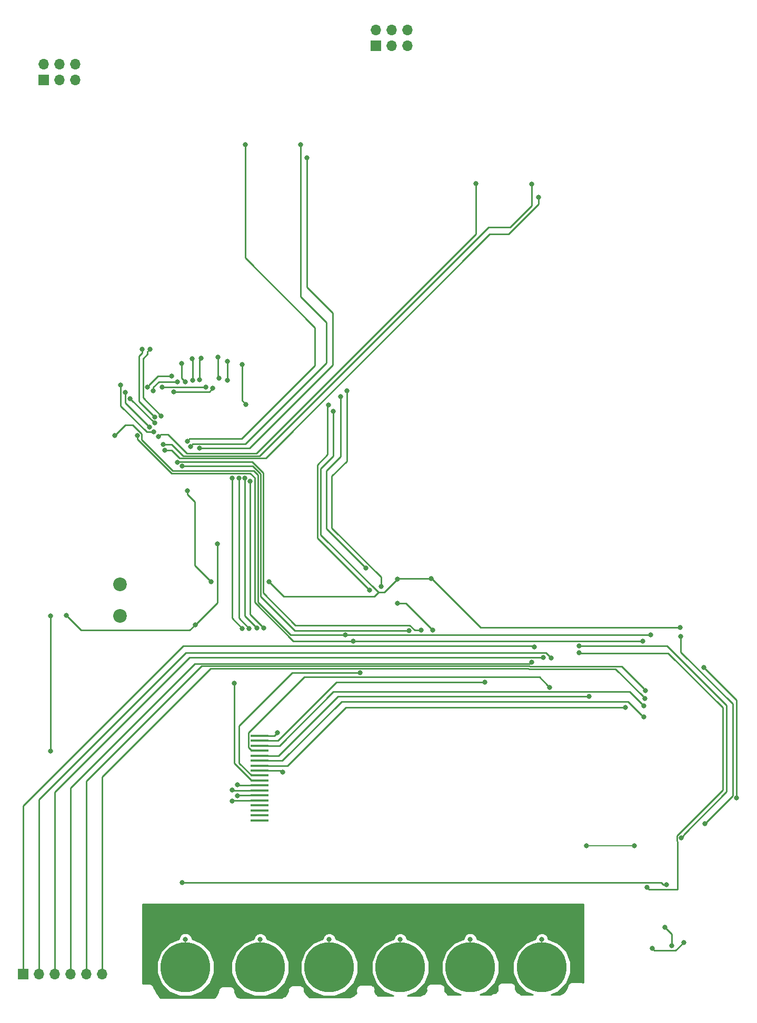
<source format=gtl>
G04 #@! TF.GenerationSoftware,KiCad,Pcbnew,(5.0.2)-1*
G04 #@! TF.CreationDate,2019-03-20T23:13:41-06:00*
G04 #@! TF.ProjectId,Hak4Kidz2019,48616b34-4b69-4647-9a32-3031392e6b69,rev?*
G04 #@! TF.SameCoordinates,Original*
G04 #@! TF.FileFunction,Copper,L1,Top*
G04 #@! TF.FilePolarity,Positive*
%FSLAX46Y46*%
G04 Gerber Fmt 4.6, Leading zero omitted, Abs format (unit mm)*
G04 Created by KiCad (PCBNEW (5.0.2)-1) date 3/20/2019 11:13:41 PM*
%MOMM*%
%LPD*%
G01*
G04 APERTURE LIST*
G04 #@! TA.AperFunction,Conductor*
%ADD10C,8.000000*%
G04 #@! TD*
G04 #@! TA.AperFunction,ComponentPad*
%ADD11C,2.200000*%
G04 #@! TD*
G04 #@! TA.AperFunction,ComponentPad*
%ADD12O,1.700000X1.700000*%
G04 #@! TD*
G04 #@! TA.AperFunction,ComponentPad*
%ADD13R,1.700000X1.700000*%
G04 #@! TD*
G04 #@! TA.AperFunction,SMDPad,CuDef*
%ADD14R,3.000000X0.400000*%
G04 #@! TD*
G04 #@! TA.AperFunction,ViaPad*
%ADD15C,0.800000*%
G04 #@! TD*
G04 #@! TA.AperFunction,Conductor*
%ADD16C,0.250000*%
G04 #@! TD*
G04 #@! TA.AperFunction,Conductor*
%ADD17C,0.152400*%
G04 #@! TD*
G04 #@! TA.AperFunction,Conductor*
%ADD18C,0.254000*%
G04 #@! TD*
G04 APERTURE END LIST*
D10*
G04 #@! TO.N,IO0*
G04 #@! TO.C,TP1*
X67995800Y-178000000D03*
G04 #@! TD*
G04 #@! TO.N,TOUCH2*
G04 #@! TO.C,TP2*
X80000000Y-178000000D03*
G04 #@! TD*
G04 #@! TO.N,TOUCH3*
G04 #@! TO.C,TP3*
X91109800Y-178000000D03*
G04 #@! TD*
G04 #@! TO.N,TOUCH4*
G04 #@! TO.C,TP4*
X102539800Y-178000000D03*
G04 #@! TD*
G04 #@! TO.N,TOUCH5*
G04 #@! TO.C,TP5*
X113800000Y-178000000D03*
G04 #@! TD*
G04 #@! TO.N,TOUCH6*
G04 #@! TO.C,TP6*
X125300000Y-178000000D03*
G04 #@! TD*
D11*
G04 #@! TO.P,BT1,1*
G04 #@! TO.N,Net-(BT1-Pad1)*
X57480200Y-116357400D03*
G04 #@! TO.P,BT1,2*
G04 #@! TO.N,GND*
X57480200Y-121437400D03*
G04 #@! TD*
D12*
G04 #@! TO.P,J2,6*
G04 #@! TO.N,Net-(J2-Pad6)*
X54610000Y-179070000D03*
G04 #@! TO.P,J2,5*
G04 #@! TO.N,Net-(J2-Pad5)*
X52070000Y-179070000D03*
G04 #@! TO.P,J2,4*
G04 #@! TO.N,Net-(J2-Pad4)*
X49530000Y-179070000D03*
G04 #@! TO.P,J2,3*
G04 #@! TO.N,Net-(J2-Pad3)*
X46990000Y-179070000D03*
G04 #@! TO.P,J2,2*
G04 #@! TO.N,Net-(J2-Pad2)*
X44450000Y-179070000D03*
D13*
G04 #@! TO.P,J2,1*
G04 #@! TO.N,Net-(J2-Pad1)*
X41910000Y-179070000D03*
G04 #@! TD*
G04 #@! TO.P,J3,1*
G04 #@! TO.N,GND*
X98602800Y-29591000D03*
D12*
G04 #@! TO.P,J3,2*
G04 #@! TO.N,+3V3*
X98602800Y-27051000D03*
G04 #@! TO.P,J3,3*
G04 #@! TO.N,SCL2*
X101142800Y-29591000D03*
G04 #@! TO.P,J3,4*
G04 #@! TO.N,SDA2*
X101142800Y-27051000D03*
G04 #@! TO.P,J3,5*
G04 #@! TO.N,N/C*
X103682800Y-29591000D03*
G04 #@! TO.P,J3,6*
X103682800Y-27051000D03*
G04 #@! TD*
G04 #@! TO.P,J4,6*
G04 #@! TO.N,N/C*
X50292000Y-32562800D03*
G04 #@! TO.P,J4,5*
X50292000Y-35102800D03*
G04 #@! TO.P,J4,4*
G04 #@! TO.N,SDA2*
X47752000Y-32562800D03*
G04 #@! TO.P,J4,3*
G04 #@! TO.N,SCL2*
X47752000Y-35102800D03*
G04 #@! TO.P,J4,2*
G04 #@! TO.N,+3V3*
X45212000Y-32562800D03*
D13*
G04 #@! TO.P,J4,1*
G04 #@! TO.N,GND*
X45212000Y-35102800D03*
G04 #@! TD*
D14*
G04 #@! TO.P,U4,1*
G04 #@! TO.N,GND*
X79934000Y-140697400D03*
G04 #@! TO.P,U4,2*
G04 #@! TO.N,LCD_RESET*
X79934000Y-141497400D03*
G04 #@! TO.P,U4,3*
G04 #@! TO.N,CLK*
X79934000Y-142297400D03*
G04 #@! TO.P,U4,4*
G04 #@! TO.N,RS*
X79934000Y-143097400D03*
G04 #@! TO.P,U4,5*
G04 #@! TO.N,CS*
X79934000Y-143897400D03*
G04 #@! TO.P,U4,6*
G04 #@! TO.N,MOSI*
X79934000Y-144697400D03*
G04 #@! TO.P,U4,7*
G04 #@! TO.N,MISO*
X79934000Y-145497400D03*
G04 #@! TO.P,U4,8*
G04 #@! TO.N,GND*
X79934000Y-146297400D03*
G04 #@! TO.P,U4,9*
G04 #@! TO.N,+3V3*
X79934000Y-147097400D03*
G04 #@! TO.P,U4,10*
G04 #@! TO.N,VCC*
X79934000Y-147897400D03*
G04 #@! TO.P,U4,11*
G04 #@! TO.N,LCD1*
X79934000Y-148697400D03*
G04 #@! TO.P,U4,12*
G04 #@! TO.N,LCD2*
X79934000Y-149537400D03*
G04 #@! TO.P,U4,13*
G04 #@! TO.N,LCD3*
X79934000Y-150297400D03*
G04 #@! TO.P,U4,14*
G04 #@! TO.N,LCD4*
X79934000Y-151097400D03*
G04 #@! TO.P,U4,15*
G04 #@! TO.N,N/C*
X79934000Y-151897400D03*
G04 #@! TO.P,U4,16*
X79934000Y-152697400D03*
G04 #@! TO.P,U4,17*
X79934000Y-153497400D03*
G04 #@! TO.P,U4,18*
X79934000Y-154297400D03*
G04 #@! TD*
D15*
G04 #@! TO.N,GND*
X62230000Y-168910000D03*
X64770000Y-168910000D03*
X67310000Y-168910000D03*
X69850000Y-168910000D03*
X72390000Y-168910000D03*
X74930000Y-168910000D03*
X77470000Y-168910000D03*
X80010000Y-168910000D03*
X82550000Y-168910000D03*
X85090000Y-168910000D03*
X87630000Y-168910000D03*
X90170000Y-168910000D03*
X92710000Y-168910000D03*
X95250000Y-168910000D03*
X97790000Y-168910000D03*
X100330000Y-168910000D03*
X102870000Y-168910000D03*
X105410000Y-168910000D03*
X107950000Y-168910000D03*
X110490000Y-168910000D03*
X113030000Y-168910000D03*
X115570000Y-168910000D03*
X118110000Y-168910000D03*
X120650000Y-168910000D03*
X123190000Y-168910000D03*
X125730000Y-168910000D03*
X128270000Y-168910000D03*
X130810000Y-168910000D03*
X130810000Y-173990000D03*
X130810000Y-176530000D03*
X130810000Y-179070000D03*
X62230000Y-171450000D03*
X62230000Y-173990000D03*
X62230000Y-176530000D03*
X62230000Y-179070000D03*
X82753200Y-140208000D03*
X83591400Y-146558000D03*
X96980798Y-113661402D03*
X92938600Y-86055200D03*
G04 #@! TO.N,+3V3*
X107543600Y-115392200D03*
X102082600Y-115493800D03*
X96037400Y-130564390D03*
X147523200Y-123291600D03*
X151358600Y-129717800D03*
X156616400Y-150723600D03*
X91795600Y-88468200D03*
X68300600Y-101269800D03*
X72110600Y-115925600D03*
X81432400Y-115900200D03*
G04 #@! TO.N,RESET*
X151511000Y-154813000D03*
X147675600Y-124663200D03*
G04 #@! TO.N,VCC*
X48869600Y-121335800D03*
X73101200Y-109829600D03*
X69539399Y-122814801D03*
X75819000Y-132257800D03*
G04 #@! TO.N,VBUS*
X146202400Y-174447200D03*
X145110200Y-171500800D03*
X145389600Y-164693600D03*
X46329600Y-121361200D03*
X46329600Y-143179800D03*
X67487798Y-164338000D03*
G04 #@! TO.N,D+*
X148107400Y-173964600D03*
X143040887Y-174883432D03*
G04 #@! TO.N,Net-(D1-Pad4)*
X86537800Y-45567600D03*
X68783200Y-94132400D03*
G04 #@! TO.N,Net-(D1-Pad3)*
X77597000Y-45542200D03*
X68275200Y-93284610D03*
G04 #@! TO.N,Net-(D1-Pad1)*
X87528400Y-47650400D03*
X70271390Y-94409811D03*
G04 #@! TO.N,Net-(D2-Pad1)*
X124815600Y-53975000D03*
X64684431Y-94743311D03*
G04 #@! TO.N,Net-(D2-Pad3)*
X114681000Y-51841400D03*
X63677800Y-92557600D03*
G04 #@! TO.N,Net-(D2-Pad4)*
X123698000Y-51866800D03*
X64400642Y-93834162D03*
G04 #@! TO.N,Net-(D3-Pad4)*
X62230000Y-91033600D03*
X58293000Y-85394800D03*
G04 #@! TO.N,Net-(D3-Pad3)*
X63017400Y-90356190D03*
X59105792Y-86436200D03*
G04 #@! TO.N,Net-(D3-Pad1)*
X62920361Y-91784610D03*
X57581800Y-84251800D03*
G04 #@! TO.N,Net-(D4-Pad1)*
X63017400Y-89382600D03*
X61036200Y-78486000D03*
G04 #@! TO.N,Net-(D4-Pad4)*
X64109600Y-89230200D03*
X62306200Y-78435200D03*
G04 #@! TO.N,Net-(D5-Pad3)*
X62839600Y-85166200D03*
X66700400Y-83724076D03*
G04 #@! TO.N,Net-(D6-Pad1)*
X67360800Y-80759621D03*
X67942602Y-83724076D03*
G04 #@! TO.N,Net-(D6-Pad3)*
X70256400Y-83362800D03*
X70510400Y-79933800D03*
G04 #@! TO.N,Net-(D6-Pad4)*
X69189600Y-83439000D03*
X69071723Y-80001610D03*
G04 #@! TO.N,Net-(D7-Pad4)*
X72387213Y-84738810D03*
X66065400Y-85293200D03*
G04 #@! TO.N,Net-(D7-Pad3)*
X65764724Y-82831387D03*
X61840610Y-84587274D03*
G04 #@! TO.N,Net-(D7-Pad1)*
X71272400Y-84582000D03*
X64262000Y-84531200D03*
G04 #@! TO.N,Net-(D8-Pad1)*
X73355200Y-83108800D03*
X73228200Y-79705200D03*
G04 #@! TO.N,Net-(D8-Pad3)*
X77114400Y-80924400D03*
X77724000Y-87332000D03*
G04 #@! TO.N,Net-(D8-Pad4)*
X74726800Y-83439000D03*
X74701400Y-80416400D03*
G04 #@! TO.N,Net-(J2-Pad6)*
X141909800Y-134696200D03*
G04 #@! TO.N,Net-(J2-Pad5)*
X141986000Y-133400800D03*
G04 #@! TO.N,Net-(J2-Pad4)*
X123698000Y-128854200D03*
G04 #@! TO.N,Net-(J2-Pad3)*
X125577600Y-128092200D03*
G04 #@! TO.N,Net-(J2-Pad2)*
X126771400Y-128193800D03*
G04 #@! TO.N,Net-(J2-Pad1)*
X124129800Y-126415800D03*
G04 #@! TO.N,SCL2*
X141503400Y-125450600D03*
X60247127Y-92370930D03*
X99441000Y-116636800D03*
X94945200Y-125450600D03*
X93929200Y-85191600D03*
G04 #@! TO.N,SDA2*
X142849600Y-124485400D03*
X56616600Y-92379800D03*
X97586800Y-117271800D03*
X93700600Y-124485400D03*
X90982800Y-87426800D03*
G04 #@! TO.N,LCD_RESET*
X102082600Y-119405400D03*
X107721400Y-123698000D03*
X116128800Y-132105400D03*
G04 #@! TO.N,SDA*
X67462400Y-97256600D03*
X103960383Y-123807990D03*
G04 #@! TO.N,SCL*
X105918000Y-123723400D03*
X66690540Y-96698640D03*
G04 #@! TO.N,IO0*
X67995800Y-173456600D03*
X140208000Y-158394400D03*
X132511800Y-158394400D03*
G04 #@! TO.N,TOUCH2*
X80010000Y-173482000D03*
G04 #@! TO.N,TOUCH3*
X91109800Y-173482000D03*
G04 #@! TO.N,TOUCH4*
X102539800Y-173482000D03*
G04 #@! TO.N,TOUCH5*
X113792000Y-173456600D03*
G04 #@! TO.N,TOUCH6*
X125298200Y-173482000D03*
G04 #@! TO.N,CLK*
X141706600Y-135839200D03*
G04 #@! TO.N,MISO*
X138760200Y-136093200D03*
G04 #@! TO.N,MOSI*
X141706600Y-137685010D03*
G04 #@! TO.N,CS*
X132867400Y-134340600D03*
G04 #@! TO.N,RS*
X126568200Y-132901190D03*
G04 #@! TO.N,RX*
X142189200Y-165049200D03*
X131292600Y-127355600D03*
G04 #@! TO.N,TX*
X131267200Y-126212600D03*
X147701000Y-157124400D03*
G04 #@! TO.N,LCD1*
X77139800Y-123444000D03*
X76377800Y-148539200D03*
X75463400Y-99225421D03*
G04 #@! TO.N,LCD2*
X78232000Y-123418600D03*
X75539600Y-149428200D03*
X76581000Y-99225421D03*
G04 #@! TO.N,LCD3*
X79476600Y-123342400D03*
X76377800Y-150317200D03*
X77571600Y-99225421D03*
G04 #@! TO.N,LCD4*
X78409800Y-99745800D03*
X80619600Y-123317000D03*
X75514200Y-151231600D03*
G04 #@! TD*
D16*
G04 #@! TO.N,GND*
X79934000Y-140697400D02*
X82263800Y-140697400D01*
X82263800Y-140697400D02*
X82753200Y-140208000D01*
X79934000Y-146297400D02*
X83330800Y-146297400D01*
X83330800Y-146297400D02*
X83591400Y-146558000D01*
X90678000Y-107358604D02*
X96980798Y-113661402D01*
X90678000Y-98044000D02*
X90678000Y-107358604D01*
X92938600Y-86055200D02*
X92938600Y-95783400D01*
X92938600Y-95783400D02*
X90678000Y-98044000D01*
G04 #@! TO.N,+3V3*
X79934000Y-147097400D02*
X78634000Y-147097400D01*
X76631800Y-145095200D02*
X76631800Y-139090400D01*
X78634000Y-147097400D02*
X76631800Y-145095200D01*
X95471715Y-130564390D02*
X96037400Y-130564390D01*
X76631800Y-139090400D02*
X85157810Y-130564390D01*
X85157810Y-130564390D02*
X95471715Y-130564390D01*
X147523200Y-123291600D02*
X124842464Y-123291600D01*
X156616400Y-134975600D02*
X156616400Y-150157915D01*
X156616400Y-150157915D02*
X156616400Y-150723600D01*
X151358600Y-129717800D02*
X156616400Y-134975600D01*
X115483966Y-123256366D02*
X124780366Y-123256366D01*
X107619800Y-115392200D02*
X115483966Y-123256366D01*
X102082600Y-115493800D02*
X102184200Y-115392200D01*
X102184200Y-115392200D02*
X107619800Y-115392200D01*
X99974400Y-117602000D02*
X102082600Y-115493800D01*
X99009200Y-117602000D02*
X99974400Y-117602000D01*
X89738200Y-108331000D02*
X99009200Y-117602000D01*
X89738200Y-97688400D02*
X89738200Y-108331000D01*
X91795600Y-88468200D02*
X91795600Y-95631000D01*
X91795600Y-95631000D02*
X89738200Y-97688400D01*
X68300600Y-101835485D02*
X69494400Y-103029285D01*
X68300600Y-101269800D02*
X68300600Y-101835485D01*
X69494400Y-103029285D02*
X69494400Y-113309400D01*
X69494400Y-113309400D02*
X72110600Y-115925600D01*
X81432400Y-115900200D02*
X83820000Y-118287800D01*
X98323400Y-118287800D02*
X99009200Y-117602000D01*
X83820000Y-118287800D02*
X98323400Y-118287800D01*
G04 #@! TO.N,RESET*
X151511000Y-154813000D02*
X156006800Y-150317200D01*
X147675600Y-127203200D02*
X147675600Y-125228885D01*
X147675600Y-125228885D02*
X147675600Y-124663200D01*
X156006800Y-135534400D02*
X147675600Y-127203200D01*
X156006800Y-150317200D02*
X156006800Y-135534400D01*
G04 #@! TO.N,VCC*
X69539399Y-122814801D02*
X73101200Y-119253000D01*
X73101200Y-119253000D02*
X73101200Y-109829600D01*
X75819000Y-132823485D02*
X75819000Y-132257800D01*
X78634000Y-147897400D02*
X75819000Y-145082400D01*
X79934000Y-147897400D02*
X78634000Y-147897400D01*
X75819000Y-145082400D02*
X75819000Y-132823485D01*
X68656200Y-123698000D02*
X69539399Y-122814801D01*
X48869600Y-121335800D02*
X51231800Y-123698000D01*
X51231800Y-123698000D02*
X68656200Y-123698000D01*
G04 #@! TO.N,VBUS*
X146202400Y-174447200D02*
X146202400Y-172593000D01*
X146202400Y-172593000D02*
X145110200Y-171500800D01*
X46329600Y-143179800D02*
X46329600Y-121361200D01*
X144823915Y-164693600D02*
X144468315Y-164338000D01*
X144468315Y-164338000D02*
X67487798Y-164338000D01*
X145389600Y-164693600D02*
X144823915Y-164693600D01*
G04 #@! TO.N,D+*
X143440886Y-175283431D02*
X143040887Y-174883432D01*
X148107400Y-173964600D02*
X146788569Y-175283431D01*
X146788569Y-175283431D02*
X143440886Y-175283431D01*
G04 #@! TO.N,Net-(D1-Pad4)*
X86537800Y-70002400D02*
X86537800Y-45567600D01*
X90678000Y-74142600D02*
X86537800Y-70002400D01*
X90678000Y-80670400D02*
X90678000Y-74142600D01*
X77615999Y-93732401D02*
X90678000Y-80670400D01*
X68783200Y-94132400D02*
X69183199Y-93732401D01*
X69183199Y-93732401D02*
X77615999Y-93732401D01*
G04 #@! TO.N,Net-(D1-Pad3)*
X68675199Y-92884611D02*
X68275200Y-93284610D01*
X77015989Y-92884611D02*
X68675199Y-92884611D01*
X88823800Y-81076800D02*
X77015989Y-92884611D01*
X88823800Y-75006200D02*
X88823800Y-81076800D01*
X77597000Y-45542200D02*
X77597000Y-63779400D01*
X77597000Y-63779400D02*
X88823800Y-75006200D01*
G04 #@! TO.N,Net-(D1-Pad1)*
X70837075Y-94409811D02*
X70271390Y-94409811D01*
X78310189Y-94409811D02*
X70837075Y-94409811D01*
X91694000Y-81026000D02*
X78310189Y-94409811D01*
X91694000Y-72669400D02*
X91694000Y-81026000D01*
X87528400Y-47650400D02*
X87528400Y-68503800D01*
X87528400Y-68503800D02*
X91694000Y-72669400D01*
G04 #@! TO.N,Net-(D2-Pad1)*
X65737765Y-94743311D02*
X65250116Y-94743311D01*
X124815600Y-55118000D02*
X119964200Y-59969400D01*
X119964200Y-59969400D02*
X116941600Y-59969400D01*
X124815600Y-53975000D02*
X124815600Y-55118000D01*
X116941600Y-59969400D02*
X80877634Y-96033366D01*
X65250116Y-94743311D02*
X64684431Y-94743311D01*
X80877634Y-96033366D02*
X67027820Y-96033366D01*
X67027820Y-96033366D02*
X65737765Y-94743311D01*
G04 #@! TO.N,Net-(D2-Pad3)*
X64048379Y-92187021D02*
X63677800Y-92557600D01*
X65142906Y-92187021D02*
X64048379Y-92187021D01*
X68180485Y-95224600D02*
X65142906Y-92187021D01*
X79425800Y-95224600D02*
X68180485Y-95224600D01*
X114681000Y-51841400D02*
X114681000Y-59969400D01*
X114681000Y-59969400D02*
X79425800Y-95224600D01*
G04 #@! TO.N,Net-(D2-Pad4)*
X64966327Y-93834162D02*
X64400642Y-93834162D01*
X65799447Y-93834162D02*
X64966327Y-93834162D01*
X123698000Y-51866800D02*
X123698000Y-55397400D01*
X120243600Y-58851800D02*
X116713000Y-58851800D01*
X123698000Y-55397400D02*
X120243600Y-58851800D01*
X116713000Y-58851800D02*
X79933845Y-95630955D01*
X79933845Y-95630955D02*
X67596240Y-95630955D01*
X67596240Y-95630955D02*
X65799447Y-93834162D01*
G04 #@! TO.N,Net-(D3-Pad4)*
X62230000Y-91033600D02*
X58293000Y-87096600D01*
X58293000Y-87096600D02*
X58293000Y-85960485D01*
X58293000Y-85960485D02*
X58293000Y-85394800D01*
G04 #@! TO.N,Net-(D3-Pad3)*
X63017400Y-90356190D02*
X59105792Y-86444582D01*
X59105792Y-86444582D02*
X59105792Y-86436200D01*
G04 #@! TO.N,Net-(D3-Pad1)*
X57581800Y-84817485D02*
X57581800Y-84251800D01*
X57581800Y-87604600D02*
X57581800Y-84817485D01*
X62920361Y-91784610D02*
X61761810Y-91784610D01*
X61761810Y-91784610D02*
X57581800Y-87604600D01*
G04 #@! TO.N,Net-(D4-Pad1)*
X61036200Y-79051685D02*
X60477400Y-79610485D01*
X61036200Y-78486000D02*
X61036200Y-79051685D01*
X60477400Y-86842600D02*
X63017400Y-89382600D01*
X60477400Y-79610485D02*
X60477400Y-86842600D01*
G04 #@! TO.N,Net-(D4-Pad4)*
X61906201Y-78835199D02*
X61906201Y-79216199D01*
X62306200Y-78435200D02*
X61906201Y-78835199D01*
X61906201Y-79216199D02*
X61163200Y-79959200D01*
X61163200Y-86283800D02*
X64109600Y-89230200D01*
X61163200Y-79959200D02*
X61163200Y-86283800D01*
G04 #@! TO.N,Net-(D5-Pad3)*
X62839600Y-84600515D02*
X63716039Y-83724076D01*
X63716039Y-83724076D02*
X66134715Y-83724076D01*
X66134715Y-83724076D02*
X66700400Y-83724076D01*
X62839600Y-85166200D02*
X62839600Y-84600515D01*
G04 #@! TO.N,Net-(D6-Pad1)*
X67360800Y-83142274D02*
X67542603Y-83324077D01*
X67542603Y-83324077D02*
X67942602Y-83724076D01*
X67360800Y-80759621D02*
X67360800Y-83142274D01*
G04 #@! TO.N,Net-(D6-Pad3)*
X70256400Y-83362800D02*
X70256400Y-80187800D01*
X70256400Y-80187800D02*
X70510400Y-79933800D01*
G04 #@! TO.N,Net-(D6-Pad4)*
X69189600Y-83439000D02*
X69189600Y-80119487D01*
X69189600Y-80119487D02*
X69071723Y-80001610D01*
G04 #@! TO.N,Net-(D7-Pad4)*
X72364600Y-84716197D02*
X72387213Y-84738810D01*
X72387213Y-84738810D02*
X71832823Y-85293200D01*
X66631085Y-85293200D02*
X66065400Y-85293200D01*
X71832823Y-85293200D02*
X66631085Y-85293200D01*
G04 #@! TO.N,Net-(D7-Pad3)*
X62240609Y-84187275D02*
X61840610Y-84587274D01*
X65764724Y-82831387D02*
X63596497Y-82831387D01*
X63596497Y-82831387D02*
X62240609Y-84187275D01*
G04 #@! TO.N,Net-(D7-Pad1)*
X71272400Y-84582000D02*
X64312800Y-84582000D01*
X64312800Y-84582000D02*
X64262000Y-84531200D01*
G04 #@! TO.N,Net-(D8-Pad1)*
X73228200Y-82981800D02*
X73355200Y-83108800D01*
X73228200Y-79705200D02*
X73228200Y-82981800D01*
G04 #@! TO.N,Net-(D8-Pad3)*
X77114400Y-80924400D02*
X77114400Y-86722400D01*
X77114400Y-86722400D02*
X77724000Y-87332000D01*
G04 #@! TO.N,Net-(D8-Pad4)*
X74701400Y-83413600D02*
X74726800Y-83439000D01*
X74701400Y-80416400D02*
X74701400Y-83413600D01*
G04 #@! TO.N,Net-(J2-Pad6)*
X123159137Y-129886988D02*
X123206162Y-129934013D01*
X54610000Y-179070000D02*
X54610000Y-147269200D01*
X71992212Y-129886988D02*
X123159137Y-129886988D01*
X141509801Y-134296201D02*
X141909800Y-134696200D01*
X137147613Y-129934013D02*
X141509801Y-134296201D01*
X54610000Y-147269200D02*
X71992212Y-129886988D01*
X123206162Y-129934013D02*
X137147613Y-129934013D01*
G04 #@! TO.N,Net-(J2-Pad5)*
X123372846Y-129531602D02*
X138116802Y-129531602D01*
X52070000Y-148005800D02*
X70591223Y-129484577D01*
X138116802Y-129531602D02*
X141586001Y-133000801D01*
X123325821Y-129484577D02*
X123372846Y-129531602D01*
X70591223Y-129484577D02*
X123325821Y-129484577D01*
X52070000Y-179070000D02*
X52070000Y-148005800D01*
X141586001Y-133000801D02*
X141986000Y-133400800D01*
G04 #@! TO.N,Net-(J2-Pad4)*
X123393834Y-129082166D02*
X123520200Y-128955800D01*
X69495034Y-129082166D02*
X123393834Y-129082166D01*
X49530000Y-179070000D02*
X49530000Y-149047200D01*
X49530000Y-149047200D02*
X69495034Y-129082166D01*
X123596400Y-128955800D02*
X123698000Y-128854200D01*
X123520200Y-128955800D02*
X123596400Y-128955800D01*
G04 #@! TO.N,Net-(J2-Pad3)*
X125011915Y-128092200D02*
X125577600Y-128092200D01*
X46990000Y-179070000D02*
X46990000Y-149758400D01*
X68656200Y-128092200D02*
X125011915Y-128092200D01*
X46990000Y-149758400D02*
X68656200Y-128092200D01*
G04 #@! TO.N,Net-(J2-Pad2)*
X44450000Y-179070000D02*
X44450000Y-177867919D01*
X44450000Y-177867919D02*
X44450000Y-150952200D01*
X44450000Y-150952200D02*
X68046600Y-127355600D01*
X68046600Y-127355600D02*
X123698000Y-127355600D01*
X123698000Y-127355600D02*
X125933200Y-127355600D01*
X125933200Y-127355600D02*
X126771400Y-128193800D01*
G04 #@! TO.N,Net-(J2-Pad1)*
X41910000Y-179070000D02*
X41910000Y-151993600D01*
X41910000Y-151993600D02*
X67640200Y-126263400D01*
X67640200Y-126263400D02*
X123926600Y-126263400D01*
X123926600Y-126263400D02*
X123977400Y-126263400D01*
X123977400Y-126263400D02*
X124129800Y-126415800D01*
G04 #@! TO.N,SCL2*
X141503400Y-125450600D02*
X141452600Y-125399800D01*
X60247127Y-92936615D02*
X60247127Y-92370930D01*
X78355011Y-98421011D02*
X65731523Y-98421011D01*
X65731523Y-98421011D02*
X60247127Y-92936615D01*
X79099589Y-99165589D02*
X78355011Y-98421011D01*
X79099589Y-119241884D02*
X79099589Y-99165589D01*
X85308305Y-125450600D02*
X79099589Y-119241884D01*
X141503400Y-125450600D02*
X94945200Y-125450600D01*
X94945200Y-125450600D02*
X85308305Y-125450600D01*
X99441000Y-115163600D02*
X99441000Y-116636800D01*
X91516200Y-107238800D02*
X99441000Y-115163600D01*
X93929200Y-85191600D02*
X93929200Y-96476085D01*
X93929200Y-96476085D02*
X91516200Y-98889085D01*
X91516200Y-98889085D02*
X91516200Y-107238800D01*
G04 #@! TO.N,SDA2*
X84912200Y-124485400D02*
X79654400Y-119227600D01*
X79654400Y-119227600D02*
X79654400Y-98679000D01*
X79654400Y-98679000D02*
X78994000Y-98018600D01*
X78994000Y-98018600D02*
X65963800Y-98018600D01*
X65963800Y-98018600D02*
X60960000Y-93014800D01*
X60960000Y-92125800D02*
X59486800Y-90652600D01*
X60960000Y-93014800D02*
X60960000Y-92125800D01*
X58343800Y-90652600D02*
X56616600Y-92379800D01*
X59486800Y-90652600D02*
X58343800Y-90652600D01*
X142849600Y-124485400D02*
X93700600Y-124485400D01*
X93700600Y-124485400D02*
X84912200Y-124485400D01*
X90855800Y-87553800D02*
X90982800Y-87426800D01*
X90855800Y-95427800D02*
X90855800Y-87553800D01*
X89179400Y-97104200D02*
X90855800Y-95427800D01*
X97586800Y-117271800D02*
X89179400Y-108864400D01*
X89179400Y-108864400D02*
X89179400Y-97104200D01*
G04 #@! TO.N,LCD_RESET*
X107321401Y-123298001D02*
X107721400Y-123698000D01*
X103428800Y-119405400D02*
X107321401Y-123298001D01*
X102082600Y-119405400D02*
X103428800Y-119405400D01*
X81684000Y-141497400D02*
X81690000Y-141503400D01*
X79934000Y-141497400D02*
X81684000Y-141497400D01*
X81690000Y-141503400D02*
X82829400Y-141503400D01*
X82829400Y-141503400D02*
X92227400Y-132105400D01*
X92227400Y-132105400D02*
X116128800Y-132105400D01*
G04 #@! TO.N,SDA*
X103394698Y-123807990D02*
X103960383Y-123807990D01*
X85580990Y-123807990D02*
X103394698Y-123807990D01*
X80056811Y-118283811D02*
X85580990Y-123807990D01*
X80056811Y-98512316D02*
X80056811Y-118283811D01*
X67462400Y-97256600D02*
X78801095Y-97256600D01*
X78801095Y-97256600D02*
X80056811Y-98512316D01*
G04 #@! TO.N,SCL*
X66810401Y-96578779D02*
X66690540Y-96698640D01*
X78692368Y-96578779D02*
X66810401Y-96578779D01*
X104840905Y-123723400D02*
X104028105Y-122910600D01*
X105918000Y-123723400D02*
X104840905Y-123723400D01*
X104028105Y-122910600D02*
X85699600Y-122910600D01*
X85699600Y-122910600D02*
X80459222Y-117670222D01*
X80459222Y-117670222D02*
X80459222Y-98345632D01*
X80459222Y-98345632D02*
X78692368Y-96578779D01*
D17*
G04 #@! TO.N,IO0*
X67995800Y-178000000D02*
X67995800Y-173456600D01*
X132511800Y-158394400D02*
X133934200Y-158394400D01*
X133934200Y-158394400D02*
X140208000Y-158394400D01*
G04 #@! TO.N,TOUCH2*
X80000000Y-178000000D02*
X80000000Y-173492000D01*
X80000000Y-173492000D02*
X80010000Y-173482000D01*
G04 #@! TO.N,TOUCH3*
X91109800Y-178000000D02*
X91109800Y-173482000D01*
G04 #@! TO.N,TOUCH4*
X102539800Y-178000000D02*
X102539800Y-173482000D01*
G04 #@! TO.N,TOUCH5*
X113800000Y-178000000D02*
X113800000Y-173464600D01*
X113800000Y-173464600D02*
X113792000Y-173456600D01*
G04 #@! TO.N,TOUCH6*
X125300000Y-178000000D02*
X125300000Y-173483800D01*
X125300000Y-173483800D02*
X125298200Y-173482000D01*
D16*
G04 #@! TO.N,CLK*
X81684000Y-142297400D02*
X81690600Y-142290800D01*
X79934000Y-142297400D02*
X81684000Y-142297400D01*
X81690600Y-142290800D02*
X83083400Y-142290800D01*
X83083400Y-142290800D02*
X91795600Y-133578600D01*
X91795600Y-133578600D02*
X139446000Y-133578600D01*
X139446000Y-133578600D02*
X141706600Y-135839200D01*
G04 #@! TO.N,MISO*
X79934000Y-145497400D02*
X84347200Y-145497400D01*
X84347200Y-145497400D02*
X93751400Y-136093200D01*
X93751400Y-136093200D02*
X138760200Y-136093200D01*
G04 #@! TO.N,MOSI*
X139200390Y-135178800D02*
X141306601Y-137285011D01*
X93091000Y-135178800D02*
X139200390Y-135178800D01*
X141306601Y-137285011D02*
X141706600Y-137685010D01*
X83572400Y-144697400D02*
X93091000Y-135178800D01*
X79934000Y-144697400D02*
X83572400Y-144697400D01*
G04 #@! TO.N,CS*
X81684000Y-143897400D02*
X81703000Y-143916400D01*
X79934000Y-143897400D02*
X81684000Y-143897400D01*
X81703000Y-143916400D02*
X82956400Y-143916400D01*
X82956400Y-143916400D02*
X92532200Y-134340600D01*
X92532200Y-134340600D02*
X132867400Y-134340600D01*
G04 #@! TO.N,RS*
X79934000Y-143097400D02*
X78634000Y-143097400D01*
X78634000Y-143097400D02*
X78108999Y-142572399D01*
X126168201Y-132501191D02*
X126568200Y-132901190D01*
X124908810Y-131241800D02*
X126168201Y-132501191D01*
X87104598Y-131241800D02*
X124908810Y-131241800D01*
X78108999Y-140237399D02*
X87104598Y-131241800D01*
X78108999Y-142572399D02*
X78108999Y-140237399D01*
G04 #@! TO.N,RX*
X131336999Y-127399999D02*
X131292600Y-127355600D01*
X141528800Y-127399999D02*
X131336999Y-127399999D01*
X139591999Y-127399999D02*
X141528800Y-127399999D01*
X147148601Y-165449199D02*
X142589199Y-165449199D01*
X147150599Y-165447201D02*
X147148601Y-165449199D01*
X142589199Y-165449199D02*
X142189200Y-165049200D01*
X147150599Y-157754353D02*
X147150599Y-165447201D01*
X145637199Y-127399999D02*
X154381200Y-136144000D01*
X141528800Y-127399999D02*
X145637199Y-127399999D01*
X154381200Y-136144000D02*
X154381200Y-149467046D01*
X154381200Y-149467046D02*
X147023599Y-156824647D01*
X147023599Y-156824647D02*
X147023599Y-157627353D01*
X147023599Y-157627353D02*
X147150599Y-157754353D01*
G04 #@! TO.N,TX*
X131267200Y-126212600D02*
X145465800Y-126212600D01*
X155041600Y-149721044D02*
X148100999Y-156661645D01*
X148100999Y-156661645D02*
X148100999Y-156724401D01*
X148100999Y-156724401D02*
X147701000Y-157124400D01*
X155041600Y-135788400D02*
X155041600Y-149721044D01*
X145465800Y-126212600D02*
X155041600Y-135788400D01*
G04 #@! TO.N,LCD1*
X76536000Y-148697400D02*
X76377800Y-148539200D01*
X79934000Y-148697400D02*
X76536000Y-148697400D01*
X77139800Y-123444000D02*
X75463400Y-121767600D01*
X75463400Y-121767600D02*
X75463400Y-99791106D01*
X75463400Y-99791106D02*
X75463400Y-99225421D01*
G04 #@! TO.N,LCD2*
X75648800Y-149537400D02*
X75539600Y-149428200D01*
X79934000Y-149537400D02*
X75648800Y-149537400D01*
X76581000Y-99791106D02*
X76581000Y-99225421D01*
X78232000Y-123418600D02*
X76581000Y-121767600D01*
X76581000Y-121767600D02*
X76581000Y-99791106D01*
G04 #@! TO.N,LCD3*
X76397600Y-150297400D02*
X76377800Y-150317200D01*
X79934000Y-150297400D02*
X76397600Y-150297400D01*
X77571600Y-99791106D02*
X77571600Y-99225421D01*
X79476600Y-123342400D02*
X77571600Y-121437400D01*
X77571600Y-121437400D02*
X77571600Y-99791106D01*
G04 #@! TO.N,LCD4*
X78409800Y-99745800D02*
X78409800Y-121107200D01*
X78409800Y-121107200D02*
X80619600Y-123317000D01*
X75648400Y-151097400D02*
X75514200Y-151231600D01*
X79934000Y-151097400D02*
X75648400Y-151097400D01*
G04 #@! TD*
D18*
G04 #@! TO.N,GND*
G36*
X131953000Y-180425527D02*
X131905128Y-180393540D01*
X131858246Y-180384215D01*
X131815875Y-180363058D01*
X131786054Y-180360955D01*
X131757983Y-180349620D01*
X131640220Y-180350671D01*
X131524199Y-180342489D01*
X131499030Y-180350894D01*
X130192585Y-180350894D01*
X130089828Y-180339245D01*
X130088462Y-180339638D01*
X130086348Y-180339408D01*
X129977159Y-180371343D01*
X129865567Y-180393540D01*
X129838920Y-180411345D01*
X129808800Y-180420000D01*
X129807642Y-180420922D01*
X129805704Y-180421489D01*
X129717047Y-180492778D01*
X129622445Y-180555989D01*
X129604713Y-180582527D01*
X129580068Y-180602153D01*
X129579300Y-180603540D01*
X129577834Y-180604719D01*
X129523207Y-180704510D01*
X129459996Y-180799111D01*
X129439574Y-180901781D01*
X129429894Y-180932079D01*
X129429857Y-180932402D01*
X129429836Y-180932469D01*
X129422613Y-180955055D01*
X129414442Y-180980469D01*
X129405418Y-181008333D01*
X129396046Y-181037016D01*
X129386260Y-181066653D01*
X129376380Y-181096183D01*
X129366690Y-181124689D01*
X129357238Y-181151974D01*
X129348043Y-181177978D01*
X129339210Y-181202411D01*
X129330729Y-181225316D01*
X129322738Y-181246339D01*
X129315413Y-181265054D01*
X129308812Y-181281378D01*
X129303071Y-181295063D01*
X129297911Y-181306880D01*
X129293094Y-181317499D01*
X129288615Y-181327039D01*
X129284447Y-181335642D01*
X129280643Y-181343280D01*
X129278819Y-181346855D01*
X129267318Y-181368832D01*
X129267306Y-181368846D01*
X129258538Y-181385601D01*
X129232581Y-181434931D01*
X129232555Y-181435020D01*
X129229280Y-181441247D01*
X129229200Y-181441517D01*
X129225740Y-181448109D01*
X129225699Y-181448249D01*
X129221654Y-181455962D01*
X129221599Y-181456148D01*
X129218257Y-181462530D01*
X129209046Y-181480026D01*
X129194820Y-181506395D01*
X129178837Y-181534930D01*
X129160667Y-181565916D01*
X129140051Y-181599292D01*
X129116875Y-181634738D01*
X129091059Y-181671881D01*
X129062179Y-181710817D01*
X129029117Y-181752561D01*
X128991684Y-181797159D01*
X128951154Y-181842989D01*
X128909048Y-181888300D01*
X128866823Y-181931551D01*
X128826206Y-181971049D01*
X128789085Y-182005130D01*
X128757415Y-182032310D01*
X128731074Y-182053178D01*
X128708471Y-182069659D01*
X128689104Y-182082653D01*
X128672659Y-182092818D01*
X128658616Y-182100834D01*
X128645961Y-182107544D01*
X128633758Y-182113623D01*
X128633540Y-182113678D01*
X128626156Y-182117200D01*
X128625765Y-182117300D01*
X128618735Y-182120663D01*
X128618503Y-182120722D01*
X128610846Y-182124391D01*
X128610708Y-182124426D01*
X128601270Y-182128953D01*
X128600981Y-182129027D01*
X128588124Y-182135206D01*
X128586686Y-182135582D01*
X128570833Y-182143279D01*
X128568512Y-182143902D01*
X128550147Y-182152966D01*
X128547044Y-182153828D01*
X128526561Y-182164160D01*
X128522707Y-182165275D01*
X128500457Y-182176802D01*
X128495815Y-182178211D01*
X128472037Y-182190927D01*
X128466444Y-182192722D01*
X128448637Y-182202610D01*
X128442762Y-182205463D01*
X128441034Y-182206772D01*
X128434575Y-182208983D01*
X128413932Y-182220971D01*
X128405534Y-182225208D01*
X128400697Y-182226986D01*
X128384634Y-182236805D01*
X128376219Y-182241165D01*
X128373597Y-182243261D01*
X128366893Y-182245905D01*
X128355432Y-182253284D01*
X128349544Y-182256433D01*
X128345919Y-182259409D01*
X128343186Y-182261169D01*
X128340679Y-182262561D01*
X128333465Y-182265609D01*
X128325684Y-182270888D01*
X128320982Y-182273499D01*
X128317565Y-182276396D01*
X128312033Y-182280149D01*
X128306167Y-182283556D01*
X128300005Y-182286349D01*
X128294231Y-182290488D01*
X128290575Y-182292611D01*
X128287555Y-182295273D01*
X128279230Y-182301240D01*
X128272385Y-182305425D01*
X128265935Y-182308576D01*
X128260660Y-182312592D01*
X128258801Y-182313729D01*
X128257066Y-182315329D01*
X128246111Y-182323671D01*
X128236650Y-182329762D01*
X128230417Y-182333073D01*
X128216974Y-182344046D01*
X128205722Y-182348212D01*
X128196908Y-182356378D01*
X128106140Y-182360635D01*
X127850471Y-182368837D01*
X127504026Y-182376496D01*
X127060432Y-182383261D01*
X126823478Y-182385842D01*
X127925517Y-181929363D01*
X129229363Y-180625517D01*
X129935000Y-178921959D01*
X129935000Y-177078041D01*
X129229363Y-175374483D01*
X127925517Y-174070637D01*
X126333200Y-173411078D01*
X126333200Y-173276126D01*
X126175631Y-172895720D01*
X125884480Y-172604569D01*
X125504074Y-172447000D01*
X125092326Y-172447000D01*
X124711920Y-172604569D01*
X124420769Y-172895720D01*
X124263200Y-173276126D01*
X124263200Y-173412569D01*
X122674483Y-174070637D01*
X121370637Y-175374483D01*
X120665000Y-177078041D01*
X120665000Y-178921959D01*
X121370637Y-180625517D01*
X122674483Y-181929363D01*
X123806143Y-182398112D01*
X123607033Y-182397667D01*
X123130414Y-182394783D01*
X122743437Y-182390232D01*
X122441947Y-182384343D01*
X122216021Y-182377582D01*
X122055928Y-182370493D01*
X121972187Y-182365068D01*
X121971757Y-182364415D01*
X121943261Y-182345117D01*
X121936127Y-182336613D01*
X121926892Y-182329199D01*
X121924336Y-182326963D01*
X121891551Y-182289386D01*
X121875909Y-182281622D01*
X121872971Y-182278365D01*
X121864278Y-182271886D01*
X121855178Y-182263193D01*
X121845729Y-182257187D01*
X121839398Y-182250663D01*
X121830921Y-182244812D01*
X121822862Y-182237272D01*
X121820995Y-182236570D01*
X121817663Y-182233656D01*
X121811332Y-182230012D01*
X121807702Y-182226495D01*
X121794644Y-182218067D01*
X121780672Y-182206802D01*
X121777339Y-182205057D01*
X121762275Y-182195861D01*
X121753336Y-182189199D01*
X121752083Y-182188091D01*
X121751011Y-182187466D01*
X121743524Y-182181886D01*
X121732471Y-182176626D01*
X121727905Y-182172722D01*
X121720228Y-182168417D01*
X121706211Y-182158743D01*
X121699156Y-182155696D01*
X121691905Y-182151755D01*
X121689663Y-182150309D01*
X121687636Y-182148655D01*
X121684634Y-182147062D01*
X121671647Y-182138680D01*
X121663851Y-182135595D01*
X121662271Y-182134770D01*
X121661749Y-182134351D01*
X121660178Y-182133534D01*
X121640616Y-182121592D01*
X121633526Y-182118990D01*
X121612845Y-182106936D01*
X121607012Y-182104929D01*
X121588109Y-182094329D01*
X121583418Y-182092802D01*
X121566547Y-182083634D01*
X121563017Y-182082537D01*
X121548524Y-182074847D01*
X121546228Y-182074158D01*
X121538256Y-182069994D01*
X121535579Y-182068383D01*
X121531175Y-182065595D01*
X121525090Y-182061539D01*
X121517068Y-182055909D01*
X121506103Y-182047820D01*
X121491668Y-182036702D01*
X121474610Y-182023079D01*
X121455857Y-182007612D01*
X121436240Y-181990944D01*
X121416566Y-181973739D01*
X121397379Y-181956463D01*
X121379311Y-181939694D01*
X121362338Y-181923419D01*
X121345916Y-181907181D01*
X121330059Y-181891069D01*
X121314946Y-181875343D01*
X121300887Y-181860408D01*
X121287885Y-181846350D01*
X121283689Y-181841750D01*
X121283646Y-181841678D01*
X121277430Y-181834803D01*
X121277329Y-181834634D01*
X121270247Y-181826810D01*
X121270190Y-181826714D01*
X121261477Y-181817093D01*
X121261448Y-181817045D01*
X121234212Y-181786980D01*
X121207523Y-181757364D01*
X121207512Y-181757356D01*
X121199768Y-181748763D01*
X121199675Y-181748694D01*
X121193151Y-181741459D01*
X121192993Y-181741341D01*
X121186965Y-181734664D01*
X121186741Y-181734497D01*
X121180469Y-181727560D01*
X121180310Y-181727442D01*
X121173168Y-181719551D01*
X121173137Y-181719528D01*
X121171218Y-181717405D01*
X121153296Y-181697517D01*
X121134009Y-181676014D01*
X121114209Y-181653797D01*
X121107121Y-181645779D01*
X121103810Y-181620179D01*
X121097421Y-181562190D01*
X121091231Y-181498216D01*
X121085502Y-181432395D01*
X121080325Y-181367592D01*
X121075804Y-181307122D01*
X121071987Y-181253791D01*
X121069788Y-181222617D01*
X121069789Y-181222612D01*
X121069061Y-181212288D01*
X121078329Y-181165694D01*
X121074187Y-181144871D01*
X121077172Y-181123738D01*
X121057420Y-181047143D01*
X121057257Y-181044824D01*
X121057229Y-181044722D01*
X121057049Y-181042175D01*
X121057032Y-181042114D01*
X121056990Y-181041517D01*
X121044684Y-180996551D01*
X121021284Y-180878911D01*
X121009484Y-180861251D01*
X121004159Y-180840601D01*
X121000774Y-180836103D01*
X120999289Y-180830675D01*
X120925520Y-180735589D01*
X120858835Y-180635789D01*
X120841160Y-180623979D01*
X120828351Y-180606956D01*
X120823505Y-180604097D01*
X120820054Y-180599649D01*
X120715597Y-180540080D01*
X120615713Y-180473340D01*
X120589378Y-180468102D01*
X120566053Y-180454800D01*
X120446869Y-180439755D01*
X120401318Y-180430694D01*
X120380574Y-180430694D01*
X120286967Y-180417472D01*
X120281507Y-180418880D01*
X120275954Y-180418179D01*
X120230224Y-180430694D01*
X118950808Y-180430694D01*
X118878550Y-180416321D01*
X118830598Y-180425859D01*
X118781629Y-180422591D01*
X118688356Y-180454128D01*
X118591774Y-180473340D01*
X118551038Y-180500559D01*
X118504634Y-180516249D01*
X118430531Y-180581079D01*
X118348652Y-180635789D01*
X118321433Y-180676526D01*
X118284566Y-180708779D01*
X118240913Y-180797032D01*
X118186203Y-180878911D01*
X118186199Y-180878933D01*
X118186196Y-180878937D01*
X118162454Y-180998298D01*
X118150004Y-181044539D01*
X118148362Y-181069140D01*
X118143550Y-181093332D01*
X118143550Y-181093341D01*
X118129158Y-181165694D01*
X118138712Y-181213726D01*
X118135447Y-181262648D01*
X118143570Y-181286671D01*
X118143569Y-181307053D01*
X118143542Y-181351402D01*
X118143471Y-181401288D01*
X118143342Y-181452792D01*
X118143135Y-181505937D01*
X118142840Y-181558033D01*
X118142432Y-181609277D01*
X118141911Y-181656474D01*
X118141263Y-181700124D01*
X118140502Y-181739410D01*
X118139901Y-181763679D01*
X118134204Y-181771151D01*
X118116432Y-181792487D01*
X118092377Y-181818974D01*
X118059971Y-181851793D01*
X118017901Y-181891418D01*
X117968104Y-181935641D01*
X117913853Y-181981392D01*
X117858151Y-182026109D01*
X117804173Y-182067286D01*
X117755389Y-182102416D01*
X117725314Y-182122580D01*
X117701294Y-182123804D01*
X117692301Y-182122711D01*
X117681582Y-182123521D01*
X117672487Y-182121045D01*
X117649669Y-182123957D01*
X117630388Y-182126074D01*
X117620973Y-182126253D01*
X117616455Y-182127241D01*
X117600778Y-182126645D01*
X117595301Y-182127519D01*
X117568225Y-182123716D01*
X117506566Y-182139667D01*
X117493025Y-182141153D01*
X117485554Y-182143511D01*
X117438178Y-182144692D01*
X117401270Y-182161069D01*
X117399944Y-182161151D01*
X117388599Y-182166692D01*
X117369729Y-182175065D01*
X117356596Y-182178462D01*
X117344699Y-182184201D01*
X117287819Y-182197378D01*
X117252172Y-182222845D01*
X117239614Y-182227496D01*
X117232552Y-182234040D01*
X117222925Y-182241794D01*
X117184350Y-182259246D01*
X117171907Y-182272516D01*
X117137201Y-182289465D01*
X117125434Y-182302779D01*
X117118884Y-182306526D01*
X117096147Y-182335915D01*
X117092785Y-182339720D01*
X117048391Y-182373178D01*
X117034285Y-182373343D01*
X116846089Y-182374599D01*
X116614352Y-182375503D01*
X116339775Y-182376162D01*
X116036815Y-182376608D01*
X115716773Y-182376877D01*
X115391053Y-182377006D01*
X115344803Y-182377009D01*
X116425517Y-181929363D01*
X117729363Y-180625517D01*
X118435000Y-178921959D01*
X118435000Y-177078041D01*
X117729363Y-175374483D01*
X116425517Y-174070637D01*
X114827000Y-173408509D01*
X114827000Y-173250726D01*
X114669431Y-172870320D01*
X114378280Y-172579169D01*
X113997874Y-172421600D01*
X113586126Y-172421600D01*
X113205720Y-172579169D01*
X112914569Y-172870320D01*
X112757000Y-173250726D01*
X112757000Y-173415137D01*
X111174483Y-174070637D01*
X109870637Y-175374483D01*
X109165000Y-177078041D01*
X109165000Y-178921959D01*
X109870637Y-180625517D01*
X111174483Y-181929363D01*
X112252857Y-182376040D01*
X112034570Y-182375961D01*
X112034567Y-182375962D01*
X111673294Y-182375831D01*
X111673292Y-182375831D01*
X111316304Y-182375702D01*
X111316303Y-182375702D01*
X110978639Y-182375579D01*
X110978634Y-182375580D01*
X110820111Y-182375523D01*
X110421361Y-182375378D01*
X110421358Y-182375379D01*
X110224488Y-182375307D01*
X110204628Y-182354814D01*
X110187911Y-182337563D01*
X110187910Y-182337562D01*
X110187819Y-182337468D01*
X110166114Y-182315071D01*
X110151998Y-182300505D01*
X110151997Y-182300505D01*
X110127095Y-182274808D01*
X110127091Y-182274802D01*
X110109488Y-182256638D01*
X110109477Y-182256621D01*
X110105354Y-182252367D01*
X110105352Y-182252364D01*
X110103331Y-182250279D01*
X110103328Y-182250274D01*
X110101929Y-182248831D01*
X110101501Y-182248171D01*
X110101305Y-182247969D01*
X110101052Y-182247581D01*
X110051706Y-182197012D01*
X110008798Y-182152728D01*
X110008752Y-182152696D01*
X110006701Y-182150580D01*
X110004595Y-182148407D01*
X110002577Y-182146325D01*
X110002574Y-182146323D01*
X110001848Y-182145574D01*
X110001193Y-182145121D01*
X109999896Y-182143789D01*
X109999857Y-182143762D01*
X109998147Y-182142004D01*
X109981110Y-182124412D01*
X109962550Y-182105115D01*
X109942113Y-182083678D01*
X109920548Y-182060818D01*
X109898265Y-182036900D01*
X109875785Y-182012416D01*
X109853363Y-181987574D01*
X109830902Y-181962217D01*
X109808701Y-181936691D01*
X109787089Y-181911392D01*
X109766591Y-181886946D01*
X109747763Y-181864046D01*
X109738223Y-181852185D01*
X109736882Y-181835807D01*
X109734100Y-181799308D01*
X109731242Y-181759324D01*
X109728307Y-181715781D01*
X109725360Y-181669795D01*
X109722423Y-181622008D01*
X109719515Y-181573074D01*
X109716770Y-181525623D01*
X109714163Y-181479564D01*
X109711852Y-181438026D01*
X109709808Y-181400799D01*
X109709101Y-181387820D01*
X109719549Y-181335294D01*
X109701385Y-181243980D01*
X109700380Y-181224709D01*
X109700189Y-181223957D01*
X109700154Y-181223309D01*
X109687225Y-181172790D01*
X109662504Y-181048511D01*
X109651494Y-181032034D01*
X109646621Y-181012827D01*
X109646111Y-181012143D01*
X109645956Y-181011539D01*
X109577296Y-180919945D01*
X109570641Y-180911029D01*
X109500055Y-180805389D01*
X109483576Y-180794378D01*
X109471725Y-180778500D01*
X109470899Y-180778008D01*
X109470574Y-180777575D01*
X109385097Y-180726934D01*
X109362579Y-180713531D01*
X109256933Y-180642940D01*
X109237494Y-180639073D01*
X109220469Y-180628939D01*
X109219436Y-180628789D01*
X109219009Y-180628536D01*
X109128956Y-180615648D01*
X109094758Y-180610681D01*
X109042538Y-180600294D01*
X109023238Y-180600294D01*
X108931105Y-180586913D01*
X108930048Y-180587181D01*
X108929557Y-180587111D01*
X108878047Y-180600294D01*
X107497882Y-180600294D01*
X107419931Y-180585977D01*
X107418434Y-180586298D01*
X107417616Y-180586150D01*
X107317929Y-180607830D01*
X107282302Y-180615463D01*
X107144167Y-180642940D01*
X107139502Y-180646057D01*
X107134018Y-180647232D01*
X107132756Y-180648102D01*
X107131893Y-180648290D01*
X107042757Y-180710171D01*
X107018155Y-180727139D01*
X106901045Y-180805389D01*
X106897927Y-180810056D01*
X106893311Y-180813239D01*
X106892508Y-180814480D01*
X106891701Y-180815040D01*
X106826450Y-180916560D01*
X106816842Y-180931408D01*
X106738596Y-181048511D01*
X106737501Y-181054014D01*
X106734454Y-181058723D01*
X106734205Y-181060079D01*
X106733604Y-181061014D01*
X106709356Y-181195372D01*
X106709029Y-181197152D01*
X106681551Y-181335294D01*
X106697014Y-181413031D01*
X106697096Y-181418617D01*
X106697288Y-181419515D01*
X106697387Y-181425267D01*
X106697399Y-181425320D01*
X106697736Y-181444833D01*
X106697739Y-181444846D01*
X106698058Y-181463264D01*
X106698059Y-181463268D01*
X106698416Y-181483826D01*
X106699109Y-181523819D01*
X106699110Y-181523822D01*
X106699280Y-181533639D01*
X106699279Y-181533644D01*
X106700569Y-181607959D01*
X106700638Y-181611929D01*
X106701790Y-181678390D01*
X106701791Y-181678393D01*
X106702423Y-181714863D01*
X106702422Y-181714869D01*
X106703714Y-181789349D01*
X106683154Y-181822558D01*
X106680269Y-181827218D01*
X106680260Y-181827228D01*
X106667378Y-181848036D01*
X106667333Y-181848084D01*
X106664816Y-181852151D01*
X106664103Y-181852920D01*
X106627472Y-181912486D01*
X106590477Y-181971677D01*
X106590017Y-181972890D01*
X106589474Y-181973766D01*
X106589421Y-181973906D01*
X106588872Y-181974793D01*
X106588855Y-181974839D01*
X106585430Y-181980359D01*
X106573573Y-181999110D01*
X106561003Y-182018309D01*
X106546941Y-182038844D01*
X106531091Y-182060818D01*
X106513246Y-182084177D01*
X106493285Y-182108725D01*
X106471040Y-182134314D01*
X106445122Y-182162114D01*
X106414833Y-182192591D01*
X106381333Y-182224437D01*
X106346672Y-182255659D01*
X106312901Y-182284462D01*
X106297853Y-182296559D01*
X106295413Y-182297022D01*
X106292680Y-182296600D01*
X106286629Y-182298078D01*
X106276249Y-182298598D01*
X106268304Y-182300596D01*
X106259535Y-182300982D01*
X106249920Y-182303338D01*
X106240411Y-182304203D01*
X106226257Y-182308382D01*
X106211458Y-182309838D01*
X106205699Y-182311584D01*
X106199833Y-182312394D01*
X106182220Y-182318496D01*
X106179241Y-182319061D01*
X106163133Y-182321530D01*
X106159753Y-182322758D01*
X106156041Y-182323462D01*
X106140162Y-182329875D01*
X106137923Y-182330688D01*
X106107387Y-182336814D01*
X106104142Y-182338990D01*
X106091393Y-182341768D01*
X106083887Y-182346983D01*
X106064257Y-182351921D01*
X106054688Y-182359032D01*
X106030761Y-182366096D01*
X106022847Y-182372493D01*
X106016873Y-182374663D01*
X106012584Y-182377262D01*
X106012570Y-182377267D01*
X106010664Y-182377872D01*
X106010395Y-182378020D01*
X105993281Y-182383949D01*
X105986054Y-182390367D01*
X105974821Y-182395062D01*
X105968919Y-182399033D01*
X105953351Y-182405320D01*
X105949232Y-182409366D01*
X105945133Y-182410957D01*
X105942316Y-182412749D01*
X105937779Y-182414862D01*
X105929776Y-182420725D01*
X105925263Y-182423595D01*
X105920480Y-182426032D01*
X105912293Y-182429519D01*
X105908335Y-182432221D01*
X105903913Y-182434474D01*
X105896675Y-182440180D01*
X105892646Y-182442931D01*
X105886949Y-182446071D01*
X105878834Y-182449863D01*
X105875115Y-182452595D01*
X105872083Y-182454266D01*
X105866943Y-182458597D01*
X105860360Y-182463432D01*
X105854685Y-182466796D01*
X105847421Y-182470485D01*
X105844226Y-182472996D01*
X105841437Y-182474650D01*
X105836598Y-182478993D01*
X105829958Y-182484213D01*
X105827118Y-182486020D01*
X105819609Y-182490106D01*
X105816112Y-182493020D01*
X105811345Y-182496052D01*
X105803675Y-182503383D01*
X105803016Y-182503933D01*
X105795110Y-182508491D01*
X105789835Y-182513111D01*
X105781415Y-182518859D01*
X105776795Y-182523572D01*
X105773633Y-182525485D01*
X105764459Y-182533870D01*
X105764221Y-182534045D01*
X105740196Y-182535264D01*
X105647175Y-182538187D01*
X105523290Y-182540576D01*
X105366148Y-182542433D01*
X105172068Y-182543849D01*
X104938625Y-182544934D01*
X104671005Y-182545765D01*
X104380160Y-182546375D01*
X104076884Y-182546798D01*
X103772010Y-182547066D01*
X103673931Y-182547115D01*
X105165317Y-181929363D01*
X106469163Y-180625517D01*
X107174800Y-178921959D01*
X107174800Y-177078041D01*
X106469163Y-175374483D01*
X105165317Y-174070637D01*
X103574800Y-173411823D01*
X103574800Y-173276126D01*
X103417231Y-172895720D01*
X103126080Y-172604569D01*
X102745674Y-172447000D01*
X102333926Y-172447000D01*
X101953520Y-172604569D01*
X101662369Y-172895720D01*
X101504800Y-173276126D01*
X101504800Y-173411823D01*
X99914283Y-174070637D01*
X98610437Y-175374483D01*
X97904800Y-177078041D01*
X97904800Y-178921959D01*
X98610437Y-180625517D01*
X99914283Y-181929363D01*
X101406100Y-182547294D01*
X98977254Y-182547294D01*
X98928979Y-182500795D01*
X98928975Y-182500793D01*
X98908339Y-182480916D01*
X98908337Y-182480913D01*
X98865348Y-182439507D01*
X98844484Y-182419410D01*
X98822406Y-182398145D01*
X98822403Y-182398141D01*
X98805638Y-182381993D01*
X98794816Y-182371570D01*
X98794811Y-182371563D01*
X98786087Y-182363160D01*
X98748955Y-182307589D01*
X98682461Y-182263159D01*
X98677565Y-182258423D01*
X98677163Y-182258164D01*
X98663982Y-182245446D01*
X98663968Y-182245437D01*
X98655653Y-182237414D01*
X98616736Y-182199867D01*
X98588600Y-182172722D01*
X98586736Y-182170924D01*
X98584808Y-182169064D01*
X98532063Y-182118176D01*
X98532060Y-182118172D01*
X98487827Y-182075498D01*
X98487689Y-182068612D01*
X98487688Y-182068607D01*
X98487455Y-182056992D01*
X98487456Y-182056989D01*
X98484157Y-181892287D01*
X98484158Y-181892283D01*
X98479720Y-181670690D01*
X98479720Y-181670689D01*
X98479608Y-181665102D01*
X98478577Y-181613587D01*
X98478578Y-181613581D01*
X98477826Y-181576036D01*
X98477831Y-181576007D01*
X98477706Y-181569765D01*
X98490649Y-181504694D01*
X98475217Y-181427111D01*
X98475141Y-181421815D01*
X98474707Y-181419784D01*
X98474690Y-181418940D01*
X98474633Y-181418683D01*
X98474604Y-181417253D01*
X98460786Y-181354562D01*
X98433604Y-181217911D01*
X98430575Y-181213378D01*
X98429436Y-181208051D01*
X98428048Y-181206037D01*
X98427551Y-181203782D01*
X98349249Y-181091665D01*
X98271155Y-180974789D01*
X98266622Y-180971760D01*
X98263531Y-180967274D01*
X98261420Y-180965907D01*
X98260129Y-180964058D01*
X98146640Y-180891563D01*
X98145280Y-180890682D01*
X98028033Y-180812340D01*
X98022685Y-180811276D01*
X98018113Y-180808315D01*
X98015591Y-180807851D01*
X98013713Y-180806651D01*
X97882706Y-180783386D01*
X97879541Y-180782803D01*
X97813638Y-180769694D01*
X97808338Y-180769694D01*
X97730546Y-180755372D01*
X97728012Y-180755914D01*
X97725817Y-180755524D01*
X97661530Y-180769694D01*
X96234638Y-180769694D01*
X96162250Y-180755295D01*
X96154969Y-180756743D01*
X96147674Y-180755439D01*
X96011969Y-180785188D01*
X95875467Y-180812340D01*
X95869294Y-180816465D01*
X95862054Y-180818052D01*
X95748052Y-180897476D01*
X95632345Y-180974789D01*
X95628221Y-180980961D01*
X95622138Y-180985199D01*
X95547191Y-181102230D01*
X95469896Y-181217911D01*
X95468448Y-181225190D01*
X95464449Y-181231435D01*
X95439991Y-181368252D01*
X95412851Y-181504694D01*
X95427250Y-181577082D01*
X95427250Y-181577083D01*
X95428658Y-181584160D01*
X95428808Y-181591881D01*
X95428859Y-181592115D01*
X95429052Y-181601701D01*
X95429053Y-181601704D01*
X95429698Y-181633753D01*
X95430645Y-181680833D01*
X95432698Y-181782859D01*
X95433556Y-181825497D01*
X95434540Y-181874431D01*
X95435649Y-181929533D01*
X95435648Y-181929536D01*
X95439042Y-182098244D01*
X95439042Y-182098245D01*
X95439516Y-182121776D01*
X95439566Y-182124273D01*
X95439728Y-182132350D01*
X95382414Y-182187459D01*
X95382410Y-182187464D01*
X95373007Y-182196506D01*
X95372999Y-182196511D01*
X95346163Y-182222316D01*
X95346155Y-182222321D01*
X95332046Y-182235888D01*
X95332042Y-182235891D01*
X95291056Y-182275304D01*
X95289588Y-182276716D01*
X95280153Y-182285788D01*
X95273298Y-182292332D01*
X95264866Y-182300380D01*
X95238202Y-182325826D01*
X95229551Y-182334070D01*
X95213321Y-182349420D01*
X95195858Y-182365743D01*
X95176688Y-182383387D01*
X95156466Y-182401652D01*
X95135495Y-182420180D01*
X95114334Y-182438391D01*
X95093243Y-182455995D01*
X95071947Y-182473167D01*
X95050231Y-182490087D01*
X95028771Y-182506247D01*
X95008318Y-182521110D01*
X94989787Y-182534068D01*
X94984003Y-182537941D01*
X94968095Y-182542771D01*
X94958315Y-182544001D01*
X94934333Y-182551986D01*
X94922564Y-182553852D01*
X94908995Y-182558860D01*
X94904524Y-182559987D01*
X94901178Y-182561576D01*
X94887936Y-182565054D01*
X94887283Y-182565372D01*
X94882135Y-182566392D01*
X94871584Y-182570753D01*
X94865821Y-182572367D01*
X94858641Y-182576009D01*
X94841089Y-182581339D01*
X94836755Y-182582405D01*
X94821386Y-182589594D01*
X94808273Y-182593960D01*
X94800192Y-182598563D01*
X94787382Y-182602433D01*
X94779378Y-182606700D01*
X94773579Y-182608840D01*
X94761683Y-182616132D01*
X94761318Y-182616327D01*
X94748317Y-182621700D01*
X94739176Y-182624990D01*
X94736586Y-182626549D01*
X94734950Y-182627225D01*
X94730216Y-182630383D01*
X94716383Y-182638709D01*
X94692842Y-182649720D01*
X94692494Y-182649866D01*
X94692413Y-182649921D01*
X94692267Y-182649989D01*
X94691768Y-182650356D01*
X94683073Y-182656222D01*
X94678357Y-182657417D01*
X94663633Y-182668399D01*
X94646836Y-182677353D01*
X94646485Y-182677523D01*
X94627989Y-182691485D01*
X94613402Y-182696548D01*
X94587386Y-182719678D01*
X94581013Y-182725081D01*
X94560463Y-182738945D01*
X94559925Y-182739488D01*
X94542655Y-182747540D01*
X94510522Y-182782603D01*
X94503135Y-182788113D01*
X94499533Y-182792109D01*
X94499132Y-182792350D01*
X94487527Y-182792636D01*
X94351409Y-182794672D01*
X94182405Y-182796175D01*
X93976476Y-182797236D01*
X93734108Y-182797939D01*
X93462338Y-182798347D01*
X93171726Y-182798510D01*
X92875271Y-182798476D01*
X92582989Y-182798301D01*
X92303189Y-182798032D01*
X92052192Y-182797727D01*
X91835134Y-182797430D01*
X91734665Y-182797290D01*
X91734664Y-182797290D01*
X91635229Y-182797151D01*
X91589891Y-182797088D01*
X91494632Y-182796955D01*
X91494626Y-182796954D01*
X91406748Y-182796834D01*
X91406744Y-182796833D01*
X91380033Y-182796797D01*
X91349868Y-182796755D01*
X91349863Y-182796756D01*
X91346315Y-182796751D01*
X91326723Y-182796724D01*
X91326716Y-182796723D01*
X91290898Y-182796676D01*
X91261981Y-182796636D01*
X91261975Y-182796637D01*
X91261174Y-182796636D01*
X91244379Y-182796613D01*
X91244372Y-182796612D01*
X91218486Y-182796578D01*
X91181960Y-182796529D01*
X91181950Y-182796531D01*
X91176335Y-182796524D01*
X91099617Y-182796422D01*
X91099606Y-182796424D01*
X91004786Y-182796301D01*
X91004784Y-182796301D01*
X90949232Y-182796229D01*
X90812680Y-182796045D01*
X90634330Y-182795751D01*
X90435736Y-182795319D01*
X90217911Y-182794685D01*
X89987349Y-182793801D01*
X89750767Y-182792617D01*
X89513179Y-182791083D01*
X89279279Y-182789141D01*
X89054433Y-182786753D01*
X88841365Y-182783933D01*
X88641463Y-182780710D01*
X88456386Y-182777114D01*
X88288174Y-182773184D01*
X88138973Y-182768970D01*
X88010845Y-182764534D01*
X87906399Y-182759981D01*
X87888146Y-182758940D01*
X87887118Y-182758094D01*
X87883937Y-182755402D01*
X87883327Y-182754661D01*
X87875606Y-182748350D01*
X87873326Y-182746420D01*
X87873075Y-182746281D01*
X87866403Y-182740827D01*
X87863312Y-182738224D01*
X87862765Y-182737565D01*
X87856111Y-182732161D01*
X87854634Y-182730917D01*
X87854465Y-182730824D01*
X87847013Y-182724772D01*
X87843201Y-182721578D01*
X87842814Y-182721114D01*
X87838142Y-182717340D01*
X87835106Y-182714797D01*
X87834756Y-182714606D01*
X87828966Y-182709929D01*
X87823922Y-182705726D01*
X87823716Y-182705480D01*
X87821173Y-182703435D01*
X87814929Y-182698233D01*
X87814228Y-182697851D01*
X87811719Y-182695834D01*
X87805774Y-182690909D01*
X87805676Y-182690793D01*
X87804401Y-182689772D01*
X87794300Y-182681404D01*
X87793261Y-182680842D01*
X87789130Y-182677442D01*
X87789014Y-182677305D01*
X87787331Y-182675962D01*
X87773318Y-182664428D01*
X87772387Y-182663929D01*
X87770035Y-182662056D01*
X87752318Y-182647574D01*
X87751290Y-182647027D01*
X87731841Y-182631231D01*
X87730961Y-182630766D01*
X87712286Y-182615682D01*
X87711540Y-182615291D01*
X87693890Y-182601100D01*
X87693239Y-182600760D01*
X87676846Y-182587634D01*
X87676323Y-182587362D01*
X87661484Y-182575519D01*
X87661093Y-182575317D01*
X87657388Y-182572367D01*
X87654639Y-182570165D01*
X87647407Y-182564368D01*
X87639838Y-182558289D01*
X87633520Y-182553140D01*
X87627469Y-182548078D01*
X87620802Y-182542319D01*
X87612995Y-182535325D01*
X87603790Y-182526753D01*
X87593154Y-182516435D01*
X87580792Y-182503928D01*
X87566094Y-182488416D01*
X87548652Y-182469312D01*
X87529177Y-182447288D01*
X87508473Y-182423191D01*
X87487236Y-182397798D01*
X87466139Y-182371894D01*
X87445752Y-182346176D01*
X87426656Y-182321384D01*
X87408851Y-182297538D01*
X87391949Y-182274208D01*
X87375960Y-182251535D01*
X87361045Y-182229869D01*
X87347296Y-182209465D01*
X87334925Y-182190768D01*
X87325385Y-182176138D01*
X87325351Y-182176052D01*
X87324658Y-182174977D01*
X87324157Y-182173723D01*
X87285835Y-182114765D01*
X87247885Y-182055643D01*
X87247493Y-182055236D01*
X87242461Y-182047423D01*
X87242433Y-182047394D01*
X87219615Y-182011970D01*
X87219613Y-182011966D01*
X87191188Y-181967843D01*
X87165419Y-181927838D01*
X87165414Y-181927833D01*
X87127772Y-181869401D01*
X87122399Y-181861060D01*
X87121594Y-181818185D01*
X87120993Y-181786231D01*
X87120595Y-181765030D01*
X87119727Y-181718810D01*
X87119726Y-181718806D01*
X87119150Y-181688143D01*
X87119151Y-181688137D01*
X87118511Y-181654138D01*
X87131549Y-181588594D01*
X87115834Y-181509591D01*
X87115712Y-181502864D01*
X87101746Y-181438764D01*
X87074504Y-181301811D01*
X87070649Y-181296042D01*
X87069176Y-181289280D01*
X86989708Y-181174905D01*
X86912055Y-181058689D01*
X86906280Y-181054830D01*
X86902334Y-181049151D01*
X86785246Y-180973958D01*
X86668933Y-180896240D01*
X86662115Y-180894884D01*
X86656299Y-180891149D01*
X86519391Y-180866494D01*
X86454538Y-180853594D01*
X86382150Y-180839195D01*
X86375331Y-180840551D01*
X86368527Y-180839326D01*
X86303043Y-180853594D01*
X85305738Y-180853594D01*
X85233350Y-180839195D01*
X85225560Y-180840745D01*
X85217795Y-180839367D01*
X85082954Y-180869111D01*
X84946567Y-180896240D01*
X84939964Y-180900652D01*
X84932258Y-180902352D01*
X84819018Y-180981465D01*
X84703445Y-181058689D01*
X84699034Y-181065291D01*
X84692561Y-181069813D01*
X84618150Y-181186342D01*
X84540996Y-181301811D01*
X84539449Y-181309589D01*
X84535193Y-181316254D01*
X84511005Y-181452584D01*
X84483951Y-181588594D01*
X84498350Y-181660982D01*
X84498350Y-181660991D01*
X84499837Y-181668464D01*
X84500022Y-181677488D01*
X84500029Y-181677519D01*
X84500317Y-181691494D01*
X84500324Y-181691525D01*
X84500807Y-181714864D01*
X84498168Y-181720240D01*
X84478309Y-181760700D01*
X84478307Y-181760706D01*
X84456335Y-181805474D01*
X84456334Y-181805477D01*
X84448555Y-181821326D01*
X84448550Y-181821333D01*
X84416629Y-181886372D01*
X84385065Y-181950682D01*
X84367352Y-181986773D01*
X84367340Y-181986788D01*
X84353923Y-182014128D01*
X84353907Y-182014149D01*
X84349749Y-182022623D01*
X84346151Y-182027494D01*
X84318443Y-182086374D01*
X84289381Y-182145041D01*
X84289322Y-182145261D01*
X84282415Y-182159225D01*
X84282413Y-182159231D01*
X84272694Y-182178881D01*
X84255148Y-182214083D01*
X84235309Y-182253065D01*
X84213291Y-182295042D01*
X84189369Y-182338951D01*
X84163823Y-182383773D01*
X84137271Y-182427968D01*
X84110364Y-182470106D01*
X84083301Y-182509601D01*
X84055505Y-182547225D01*
X84026901Y-182583232D01*
X83998684Y-182616280D01*
X83988741Y-182627086D01*
X83946349Y-182637105D01*
X83912876Y-182635192D01*
X83865501Y-182651716D01*
X83834716Y-182652923D01*
X83791633Y-182672780D01*
X83789422Y-182673221D01*
X83762997Y-182676651D01*
X83736416Y-182691934D01*
X83719652Y-182696498D01*
X83712416Y-182702097D01*
X83696343Y-182705607D01*
X83686886Y-182712185D01*
X83680898Y-182714128D01*
X83667302Y-182725733D01*
X83635849Y-182738024D01*
X83634490Y-182739329D01*
X83633443Y-182739652D01*
X83612925Y-182756654D01*
X83584609Y-182770103D01*
X83578293Y-182777094D01*
X83573244Y-182779135D01*
X83555952Y-182796132D01*
X83528317Y-182812217D01*
X83521082Y-182821714D01*
X83515063Y-182824784D01*
X83496718Y-182846278D01*
X83468392Y-182866706D01*
X83463487Y-182874647D01*
X83458380Y-182877878D01*
X83456980Y-182879865D01*
X83357514Y-182881209D01*
X83175733Y-182882669D01*
X82951712Y-182883772D01*
X82686584Y-182884623D01*
X82392154Y-182885256D01*
X82078709Y-182885706D01*
X81759033Y-182886004D01*
X81445307Y-182886179D01*
X81149869Y-182886264D01*
X80883567Y-182886292D01*
X80685203Y-182886294D01*
X79702348Y-182886294D01*
X79528920Y-182886279D01*
X79318457Y-182886195D01*
X79085956Y-182885990D01*
X78837051Y-182885604D01*
X78580364Y-182884987D01*
X78321114Y-182884078D01*
X78067033Y-182882821D01*
X77825911Y-182881167D01*
X77602630Y-182879078D01*
X77398139Y-182876551D01*
X77212982Y-182873599D01*
X77047748Y-182870236D01*
X76902657Y-182866477D01*
X76779013Y-182862371D01*
X76722415Y-182859926D01*
X76691527Y-182834006D01*
X76655395Y-182822612D01*
X76652467Y-182820705D01*
X76647530Y-182818728D01*
X76642378Y-182814041D01*
X76636631Y-182811972D01*
X76600109Y-182788499D01*
X76567137Y-182782549D01*
X76566442Y-182782322D01*
X76519709Y-182758757D01*
X76496697Y-182757043D01*
X76487560Y-182753450D01*
X76484377Y-182752876D01*
X76481583Y-182751714D01*
X76478750Y-182751146D01*
X76449535Y-182739448D01*
X76435402Y-182739615D01*
X76435116Y-182739522D01*
X76427014Y-182738556D01*
X76420235Y-182737537D01*
X76386445Y-182726839D01*
X76371592Y-182728121D01*
X76370606Y-182728062D01*
X76363274Y-182726018D01*
X76354153Y-182725328D01*
X76332443Y-182720013D01*
X76317822Y-182701208D01*
X76292068Y-182665778D01*
X76265820Y-182627199D01*
X76238826Y-182584897D01*
X76211115Y-182539027D01*
X76183534Y-182491237D01*
X76156814Y-182443135D01*
X76131705Y-182396474D01*
X76108605Y-182352429D01*
X76087903Y-182312189D01*
X76069891Y-182276775D01*
X76049539Y-182236675D01*
X76042914Y-182223622D01*
X76035456Y-182208921D01*
X76028836Y-182195870D01*
X76023904Y-182186141D01*
X76019657Y-182177752D01*
X76013551Y-182165683D01*
X76011959Y-182162537D01*
X76003762Y-182146325D01*
X75996108Y-182131175D01*
X75987959Y-182115020D01*
X75978918Y-182097061D01*
X75970001Y-182079302D01*
X75960541Y-182060399D01*
X75954829Y-182048933D01*
X75953728Y-182040813D01*
X75950074Y-182009423D01*
X75946224Y-181972175D01*
X75942431Y-181931810D01*
X75938862Y-181890824D01*
X75935601Y-181851034D01*
X75932724Y-181814311D01*
X75931860Y-181802983D01*
X75940749Y-181758294D01*
X75920920Y-181658606D01*
X75918839Y-181631013D01*
X75918598Y-181630147D01*
X75918515Y-181629082D01*
X75906655Y-181586892D01*
X75883704Y-181471511D01*
X75867782Y-181447682D01*
X75860193Y-181420432D01*
X75859675Y-181419770D01*
X75859358Y-181418643D01*
X75786614Y-181326205D01*
X75721255Y-181228389D01*
X75697266Y-181212360D01*
X75679924Y-181190213D01*
X75679331Y-181189878D01*
X75678531Y-181188862D01*
X75575950Y-181131300D01*
X75478133Y-181065940D01*
X75449690Y-181060282D01*
X75425275Y-181046504D01*
X75424718Y-181046436D01*
X75423534Y-181045772D01*
X75306736Y-181031847D01*
X75263738Y-181023294D01*
X75234998Y-181023294D01*
X75212121Y-181020566D01*
X75135016Y-181011184D01*
X75134539Y-181011317D01*
X75133190Y-181011156D01*
X75090011Y-181023294D01*
X74042417Y-181023294D01*
X73961227Y-181009098D01*
X73960489Y-181009263D01*
X73959965Y-181009172D01*
X73842620Y-181035571D01*
X73826893Y-181039082D01*
X73691867Y-181065940D01*
X73684497Y-181070865D01*
X73675848Y-181072795D01*
X73675230Y-181073229D01*
X73674693Y-181073350D01*
X73573054Y-181144993D01*
X73563227Y-181151894D01*
X73448745Y-181228389D01*
X73443819Y-181235761D01*
X73436569Y-181240853D01*
X73436173Y-181241476D01*
X73435698Y-181241811D01*
X73365620Y-181352573D01*
X73362795Y-181357022D01*
X73286296Y-181471511D01*
X73284567Y-181480205D01*
X73279816Y-181487686D01*
X73279694Y-181488383D01*
X73279362Y-181488908D01*
X73256057Y-181623534D01*
X73229251Y-181758294D01*
X73245332Y-181839137D01*
X73245533Y-181847793D01*
X73245649Y-181848314D01*
X73245773Y-181853327D01*
X73245784Y-181853377D01*
X73245951Y-181860078D01*
X73245956Y-181860271D01*
X73231160Y-181892547D01*
X73231159Y-181892549D01*
X73195625Y-181970065D01*
X73195622Y-181970069D01*
X73173313Y-182018737D01*
X73171653Y-182022359D01*
X73166310Y-182034013D01*
X73159514Y-182048839D01*
X73157718Y-182052756D01*
X73152877Y-182063317D01*
X73148280Y-182073346D01*
X73148261Y-182073372D01*
X73143083Y-182084670D01*
X73142940Y-182084868D01*
X73113727Y-182148719D01*
X73113091Y-182150107D01*
X73112362Y-182151692D01*
X73082784Y-182215917D01*
X73082735Y-182216120D01*
X73079118Y-182223986D01*
X73079117Y-182223992D01*
X73077805Y-182226844D01*
X73063361Y-182258224D01*
X73046162Y-182295196D01*
X73026818Y-182335925D01*
X73005237Y-182380111D01*
X72981833Y-182426412D01*
X72956823Y-182473941D01*
X72930720Y-182521290D01*
X72903957Y-182567304D01*
X72876553Y-182611640D01*
X72848152Y-182654844D01*
X72819383Y-182696079D01*
X72791412Y-182733820D01*
X72781105Y-182746863D01*
X72780359Y-182747146D01*
X72759855Y-182751685D01*
X72742048Y-182759514D01*
X72690701Y-182772043D01*
X72688847Y-182773400D01*
X72674114Y-182777230D01*
X72665392Y-182783819D01*
X72645457Y-182789769D01*
X72626036Y-182805562D01*
X72595265Y-182817210D01*
X72564607Y-182846033D01*
X72548376Y-182854456D01*
X72504755Y-182856641D01*
X72383499Y-182861146D01*
X72235026Y-182865368D01*
X72060213Y-182869243D01*
X71860487Y-182872721D01*
X71635827Y-182875794D01*
X71387089Y-182878440D01*
X71114947Y-182880651D01*
X70819743Y-182882420D01*
X70505921Y-182883779D01*
X70183095Y-182884775D01*
X69859382Y-182885468D01*
X69546426Y-182885907D01*
X69248212Y-182886156D01*
X68977384Y-182886266D01*
X68742100Y-182886293D01*
X68622592Y-182886294D01*
X67470053Y-182886294D01*
X67270555Y-182886293D01*
X66949455Y-182886278D01*
X66586595Y-182886222D01*
X66197279Y-182886100D01*
X65791277Y-182885883D01*
X65393370Y-182885547D01*
X65012540Y-182885062D01*
X64668399Y-182884405D01*
X64374122Y-182883545D01*
X64135737Y-182882386D01*
X63947828Y-182880767D01*
X63929625Y-182880486D01*
X63921407Y-182868103D01*
X63913568Y-182854695D01*
X63912906Y-182853162D01*
X63911366Y-182850930D01*
X63909299Y-182847394D01*
X63907625Y-182845506D01*
X63899426Y-182833619D01*
X63892415Y-182822138D01*
X63891797Y-182820764D01*
X63890251Y-182818594D01*
X63886628Y-182812660D01*
X63883956Y-182809760D01*
X63878067Y-182801495D01*
X63872210Y-182792295D01*
X63871501Y-182790772D01*
X63869507Y-182788049D01*
X63863292Y-182778286D01*
X63859310Y-182774123D01*
X63856392Y-182770139D01*
X63853434Y-182765682D01*
X63852260Y-182763230D01*
X63848293Y-182757935D01*
X63839159Y-182744172D01*
X63835382Y-182740372D01*
X63834371Y-182738308D01*
X63827220Y-182728941D01*
X63815129Y-182711413D01*
X63812234Y-182708602D01*
X63807766Y-182702836D01*
X63804354Y-182698048D01*
X63804039Y-182697425D01*
X63802610Y-182695600D01*
X63792298Y-182681129D01*
X63789119Y-182678135D01*
X63787719Y-182676356D01*
X63770875Y-182653354D01*
X63767884Y-182650610D01*
X63751060Y-182628154D01*
X63748558Y-182625909D01*
X63733129Y-182605699D01*
X63731129Y-182603936D01*
X63717420Y-182586245D01*
X63715958Y-182584975D01*
X63704304Y-182570097D01*
X63703667Y-182569550D01*
X63694601Y-182558029D01*
X63694511Y-182557952D01*
X63687730Y-182549341D01*
X63687683Y-182549301D01*
X63682288Y-182542452D01*
X63682117Y-182542306D01*
X63679675Y-182539209D01*
X63677136Y-182535924D01*
X63667482Y-182523133D01*
X63655764Y-182507189D01*
X63641544Y-182487299D01*
X63624704Y-182463085D01*
X63605073Y-182434072D01*
X63582316Y-182399527D01*
X63556323Y-182359126D01*
X63527571Y-182313567D01*
X63496836Y-182264063D01*
X63464708Y-182211553D01*
X63431887Y-182157178D01*
X63398708Y-182101476D01*
X63365952Y-182045748D01*
X63333950Y-181990537D01*
X63302878Y-181936189D01*
X63273103Y-181883473D01*
X63244902Y-181833017D01*
X63218744Y-181785788D01*
X63194728Y-181742091D01*
X63173465Y-181703162D01*
X63154696Y-181668639D01*
X63139814Y-181641206D01*
X63118390Y-181601704D01*
X63110371Y-181586909D01*
X63105700Y-181578288D01*
X63099948Y-181567659D01*
X63095046Y-181558596D01*
X63088349Y-181546204D01*
X63080939Y-181532493D01*
X63071626Y-181515251D01*
X63060733Y-181495059D01*
X63048514Y-181472368D01*
X63035663Y-181448449D01*
X63022362Y-181423617D01*
X63008492Y-181397627D01*
X62994904Y-181372048D01*
X62981983Y-181347583D01*
X62969802Y-181324350D01*
X62958163Y-181301952D01*
X62947273Y-181280770D01*
X62937054Y-181260643D01*
X62927566Y-181241688D01*
X62918659Y-181223600D01*
X62910265Y-181206243D01*
X62902353Y-181189547D01*
X62894644Y-181172946D01*
X62887005Y-181156197D01*
X62879669Y-181139860D01*
X62872755Y-181124254D01*
X62870623Y-181119387D01*
X62857301Y-181052411D01*
X62813791Y-180987294D01*
X62812014Y-180983147D01*
X62782029Y-180939434D01*
X62754362Y-180894161D01*
X62744193Y-180883133D01*
X62694852Y-180809289D01*
X62690979Y-180806701D01*
X62688362Y-180802886D01*
X62642946Y-180773334D01*
X62606177Y-180733460D01*
X62525575Y-180696182D01*
X62451730Y-180646840D01*
X62447141Y-180645927D01*
X62443277Y-180643413D01*
X62390039Y-180633496D01*
X62340786Y-180610717D01*
X62252051Y-180607121D01*
X62237335Y-180604194D01*
X62232727Y-180604194D01*
X62155822Y-180589869D01*
X62102864Y-180601076D01*
X62048626Y-180598878D01*
X62034162Y-180604194D01*
X61087000Y-180604194D01*
X61087000Y-177078041D01*
X63360800Y-177078041D01*
X63360800Y-178921959D01*
X64066437Y-180625517D01*
X65370283Y-181929363D01*
X67073841Y-182635000D01*
X68917759Y-182635000D01*
X70621317Y-181929363D01*
X71925163Y-180625517D01*
X72630800Y-178921959D01*
X72630800Y-177078041D01*
X75365000Y-177078041D01*
X75365000Y-178921959D01*
X76070637Y-180625517D01*
X77374483Y-181929363D01*
X79078041Y-182635000D01*
X80921959Y-182635000D01*
X82625517Y-181929363D01*
X83929363Y-180625517D01*
X84635000Y-178921959D01*
X84635000Y-177078041D01*
X86474800Y-177078041D01*
X86474800Y-178921959D01*
X87180437Y-180625517D01*
X88484283Y-181929363D01*
X90187841Y-182635000D01*
X92031759Y-182635000D01*
X93735317Y-181929363D01*
X95039163Y-180625517D01*
X95744800Y-178921959D01*
X95744800Y-177078041D01*
X95039163Y-175374483D01*
X93735317Y-174070637D01*
X92144800Y-173411823D01*
X92144800Y-173276126D01*
X91987231Y-172895720D01*
X91696080Y-172604569D01*
X91315674Y-172447000D01*
X90903926Y-172447000D01*
X90523520Y-172604569D01*
X90232369Y-172895720D01*
X90074800Y-173276126D01*
X90074800Y-173411823D01*
X88484283Y-174070637D01*
X87180437Y-175374483D01*
X86474800Y-177078041D01*
X84635000Y-177078041D01*
X83929363Y-175374483D01*
X82625517Y-174070637D01*
X81045000Y-173415965D01*
X81045000Y-173276126D01*
X80887431Y-172895720D01*
X80596280Y-172604569D01*
X80215874Y-172447000D01*
X79804126Y-172447000D01*
X79423720Y-172604569D01*
X79132569Y-172895720D01*
X78975000Y-173276126D01*
X78975000Y-173407681D01*
X77374483Y-174070637D01*
X76070637Y-175374483D01*
X75365000Y-177078041D01*
X72630800Y-177078041D01*
X71925163Y-175374483D01*
X70621317Y-174070637D01*
X69030800Y-173411823D01*
X69030800Y-173250726D01*
X68873231Y-172870320D01*
X68582080Y-172579169D01*
X68201674Y-172421600D01*
X67789926Y-172421600D01*
X67409520Y-172579169D01*
X67118369Y-172870320D01*
X66960800Y-173250726D01*
X66960800Y-173411823D01*
X65370283Y-174070637D01*
X64066437Y-175374483D01*
X63360800Y-177078041D01*
X61087000Y-177078041D01*
X61087000Y-167767000D01*
X131953000Y-167767000D01*
X131953000Y-180425527D01*
X131953000Y-180425527D01*
G37*
X131953000Y-180425527D02*
X131905128Y-180393540D01*
X131858246Y-180384215D01*
X131815875Y-180363058D01*
X131786054Y-180360955D01*
X131757983Y-180349620D01*
X131640220Y-180350671D01*
X131524199Y-180342489D01*
X131499030Y-180350894D01*
X130192585Y-180350894D01*
X130089828Y-180339245D01*
X130088462Y-180339638D01*
X130086348Y-180339408D01*
X129977159Y-180371343D01*
X129865567Y-180393540D01*
X129838920Y-180411345D01*
X129808800Y-180420000D01*
X129807642Y-180420922D01*
X129805704Y-180421489D01*
X129717047Y-180492778D01*
X129622445Y-180555989D01*
X129604713Y-180582527D01*
X129580068Y-180602153D01*
X129579300Y-180603540D01*
X129577834Y-180604719D01*
X129523207Y-180704510D01*
X129459996Y-180799111D01*
X129439574Y-180901781D01*
X129429894Y-180932079D01*
X129429857Y-180932402D01*
X129429836Y-180932469D01*
X129422613Y-180955055D01*
X129414442Y-180980469D01*
X129405418Y-181008333D01*
X129396046Y-181037016D01*
X129386260Y-181066653D01*
X129376380Y-181096183D01*
X129366690Y-181124689D01*
X129357238Y-181151974D01*
X129348043Y-181177978D01*
X129339210Y-181202411D01*
X129330729Y-181225316D01*
X129322738Y-181246339D01*
X129315413Y-181265054D01*
X129308812Y-181281378D01*
X129303071Y-181295063D01*
X129297911Y-181306880D01*
X129293094Y-181317499D01*
X129288615Y-181327039D01*
X129284447Y-181335642D01*
X129280643Y-181343280D01*
X129278819Y-181346855D01*
X129267318Y-181368832D01*
X129267306Y-181368846D01*
X129258538Y-181385601D01*
X129232581Y-181434931D01*
X129232555Y-181435020D01*
X129229280Y-181441247D01*
X129229200Y-181441517D01*
X129225740Y-181448109D01*
X129225699Y-181448249D01*
X129221654Y-181455962D01*
X129221599Y-181456148D01*
X129218257Y-181462530D01*
X129209046Y-181480026D01*
X129194820Y-181506395D01*
X129178837Y-181534930D01*
X129160667Y-181565916D01*
X129140051Y-181599292D01*
X129116875Y-181634738D01*
X129091059Y-181671881D01*
X129062179Y-181710817D01*
X129029117Y-181752561D01*
X128991684Y-181797159D01*
X128951154Y-181842989D01*
X128909048Y-181888300D01*
X128866823Y-181931551D01*
X128826206Y-181971049D01*
X128789085Y-182005130D01*
X128757415Y-182032310D01*
X128731074Y-182053178D01*
X128708471Y-182069659D01*
X128689104Y-182082653D01*
X128672659Y-182092818D01*
X128658616Y-182100834D01*
X128645961Y-182107544D01*
X128633758Y-182113623D01*
X128633540Y-182113678D01*
X128626156Y-182117200D01*
X128625765Y-182117300D01*
X128618735Y-182120663D01*
X128618503Y-182120722D01*
X128610846Y-182124391D01*
X128610708Y-182124426D01*
X128601270Y-182128953D01*
X128600981Y-182129027D01*
X128588124Y-182135206D01*
X128586686Y-182135582D01*
X128570833Y-182143279D01*
X128568512Y-182143902D01*
X128550147Y-182152966D01*
X128547044Y-182153828D01*
X128526561Y-182164160D01*
X128522707Y-182165275D01*
X128500457Y-182176802D01*
X128495815Y-182178211D01*
X128472037Y-182190927D01*
X128466444Y-182192722D01*
X128448637Y-182202610D01*
X128442762Y-182205463D01*
X128441034Y-182206772D01*
X128434575Y-182208983D01*
X128413932Y-182220971D01*
X128405534Y-182225208D01*
X128400697Y-182226986D01*
X128384634Y-182236805D01*
X128376219Y-182241165D01*
X128373597Y-182243261D01*
X128366893Y-182245905D01*
X128355432Y-182253284D01*
X128349544Y-182256433D01*
X128345919Y-182259409D01*
X128343186Y-182261169D01*
X128340679Y-182262561D01*
X128333465Y-182265609D01*
X128325684Y-182270888D01*
X128320982Y-182273499D01*
X128317565Y-182276396D01*
X128312033Y-182280149D01*
X128306167Y-182283556D01*
X128300005Y-182286349D01*
X128294231Y-182290488D01*
X128290575Y-182292611D01*
X128287555Y-182295273D01*
X128279230Y-182301240D01*
X128272385Y-182305425D01*
X128265935Y-182308576D01*
X128260660Y-182312592D01*
X128258801Y-182313729D01*
X128257066Y-182315329D01*
X128246111Y-182323671D01*
X128236650Y-182329762D01*
X128230417Y-182333073D01*
X128216974Y-182344046D01*
X128205722Y-182348212D01*
X128196908Y-182356378D01*
X128106140Y-182360635D01*
X127850471Y-182368837D01*
X127504026Y-182376496D01*
X127060432Y-182383261D01*
X126823478Y-182385842D01*
X127925517Y-181929363D01*
X129229363Y-180625517D01*
X129935000Y-178921959D01*
X129935000Y-177078041D01*
X129229363Y-175374483D01*
X127925517Y-174070637D01*
X126333200Y-173411078D01*
X126333200Y-173276126D01*
X126175631Y-172895720D01*
X125884480Y-172604569D01*
X125504074Y-172447000D01*
X125092326Y-172447000D01*
X124711920Y-172604569D01*
X124420769Y-172895720D01*
X124263200Y-173276126D01*
X124263200Y-173412569D01*
X122674483Y-174070637D01*
X121370637Y-175374483D01*
X120665000Y-177078041D01*
X120665000Y-178921959D01*
X121370637Y-180625517D01*
X122674483Y-181929363D01*
X123806143Y-182398112D01*
X123607033Y-182397667D01*
X123130414Y-182394783D01*
X122743437Y-182390232D01*
X122441947Y-182384343D01*
X122216021Y-182377582D01*
X122055928Y-182370493D01*
X121972187Y-182365068D01*
X121971757Y-182364415D01*
X121943261Y-182345117D01*
X121936127Y-182336613D01*
X121926892Y-182329199D01*
X121924336Y-182326963D01*
X121891551Y-182289386D01*
X121875909Y-182281622D01*
X121872971Y-182278365D01*
X121864278Y-182271886D01*
X121855178Y-182263193D01*
X121845729Y-182257187D01*
X121839398Y-182250663D01*
X121830921Y-182244812D01*
X121822862Y-182237272D01*
X121820995Y-182236570D01*
X121817663Y-182233656D01*
X121811332Y-182230012D01*
X121807702Y-182226495D01*
X121794644Y-182218067D01*
X121780672Y-182206802D01*
X121777339Y-182205057D01*
X121762275Y-182195861D01*
X121753336Y-182189199D01*
X121752083Y-182188091D01*
X121751011Y-182187466D01*
X121743524Y-182181886D01*
X121732471Y-182176626D01*
X121727905Y-182172722D01*
X121720228Y-182168417D01*
X121706211Y-182158743D01*
X121699156Y-182155696D01*
X121691905Y-182151755D01*
X121689663Y-182150309D01*
X121687636Y-182148655D01*
X121684634Y-182147062D01*
X121671647Y-182138680D01*
X121663851Y-182135595D01*
X121662271Y-182134770D01*
X121661749Y-182134351D01*
X121660178Y-182133534D01*
X121640616Y-182121592D01*
X121633526Y-182118990D01*
X121612845Y-182106936D01*
X121607012Y-182104929D01*
X121588109Y-182094329D01*
X121583418Y-182092802D01*
X121566547Y-182083634D01*
X121563017Y-182082537D01*
X121548524Y-182074847D01*
X121546228Y-182074158D01*
X121538256Y-182069994D01*
X121535579Y-182068383D01*
X121531175Y-182065595D01*
X121525090Y-182061539D01*
X121517068Y-182055909D01*
X121506103Y-182047820D01*
X121491668Y-182036702D01*
X121474610Y-182023079D01*
X121455857Y-182007612D01*
X121436240Y-181990944D01*
X121416566Y-181973739D01*
X121397379Y-181956463D01*
X121379311Y-181939694D01*
X121362338Y-181923419D01*
X121345916Y-181907181D01*
X121330059Y-181891069D01*
X121314946Y-181875343D01*
X121300887Y-181860408D01*
X121287885Y-181846350D01*
X121283689Y-181841750D01*
X121283646Y-181841678D01*
X121277430Y-181834803D01*
X121277329Y-181834634D01*
X121270247Y-181826810D01*
X121270190Y-181826714D01*
X121261477Y-181817093D01*
X121261448Y-181817045D01*
X121234212Y-181786980D01*
X121207523Y-181757364D01*
X121207512Y-181757356D01*
X121199768Y-181748763D01*
X121199675Y-181748694D01*
X121193151Y-181741459D01*
X121192993Y-181741341D01*
X121186965Y-181734664D01*
X121186741Y-181734497D01*
X121180469Y-181727560D01*
X121180310Y-181727442D01*
X121173168Y-181719551D01*
X121173137Y-181719528D01*
X121171218Y-181717405D01*
X121153296Y-181697517D01*
X121134009Y-181676014D01*
X121114209Y-181653797D01*
X121107121Y-181645779D01*
X121103810Y-181620179D01*
X121097421Y-181562190D01*
X121091231Y-181498216D01*
X121085502Y-181432395D01*
X121080325Y-181367592D01*
X121075804Y-181307122D01*
X121071987Y-181253791D01*
X121069788Y-181222617D01*
X121069789Y-181222612D01*
X121069061Y-181212288D01*
X121078329Y-181165694D01*
X121074187Y-181144871D01*
X121077172Y-181123738D01*
X121057420Y-181047143D01*
X121057257Y-181044824D01*
X121057229Y-181044722D01*
X121057049Y-181042175D01*
X121057032Y-181042114D01*
X121056990Y-181041517D01*
X121044684Y-180996551D01*
X121021284Y-180878911D01*
X121009484Y-180861251D01*
X121004159Y-180840601D01*
X121000774Y-180836103D01*
X120999289Y-180830675D01*
X120925520Y-180735589D01*
X120858835Y-180635789D01*
X120841160Y-180623979D01*
X120828351Y-180606956D01*
X120823505Y-180604097D01*
X120820054Y-180599649D01*
X120715597Y-180540080D01*
X120615713Y-180473340D01*
X120589378Y-180468102D01*
X120566053Y-180454800D01*
X120446869Y-180439755D01*
X120401318Y-180430694D01*
X120380574Y-180430694D01*
X120286967Y-180417472D01*
X120281507Y-180418880D01*
X120275954Y-180418179D01*
X120230224Y-180430694D01*
X118950808Y-180430694D01*
X118878550Y-180416321D01*
X118830598Y-180425859D01*
X118781629Y-180422591D01*
X118688356Y-180454128D01*
X118591774Y-180473340D01*
X118551038Y-180500559D01*
X118504634Y-180516249D01*
X118430531Y-180581079D01*
X118348652Y-180635789D01*
X118321433Y-180676526D01*
X118284566Y-180708779D01*
X118240913Y-180797032D01*
X118186203Y-180878911D01*
X118186199Y-180878933D01*
X118186196Y-180878937D01*
X118162454Y-180998298D01*
X118150004Y-181044539D01*
X118148362Y-181069140D01*
X118143550Y-181093332D01*
X118143550Y-181093341D01*
X118129158Y-181165694D01*
X118138712Y-181213726D01*
X118135447Y-181262648D01*
X118143570Y-181286671D01*
X118143569Y-181307053D01*
X118143542Y-181351402D01*
X118143471Y-181401288D01*
X118143342Y-181452792D01*
X118143135Y-181505937D01*
X118142840Y-181558033D01*
X118142432Y-181609277D01*
X118141911Y-181656474D01*
X118141263Y-181700124D01*
X118140502Y-181739410D01*
X118139901Y-181763679D01*
X118134204Y-181771151D01*
X118116432Y-181792487D01*
X118092377Y-181818974D01*
X118059971Y-181851793D01*
X118017901Y-181891418D01*
X117968104Y-181935641D01*
X117913853Y-181981392D01*
X117858151Y-182026109D01*
X117804173Y-182067286D01*
X117755389Y-182102416D01*
X117725314Y-182122580D01*
X117701294Y-182123804D01*
X117692301Y-182122711D01*
X117681582Y-182123521D01*
X117672487Y-182121045D01*
X117649669Y-182123957D01*
X117630388Y-182126074D01*
X117620973Y-182126253D01*
X117616455Y-182127241D01*
X117600778Y-182126645D01*
X117595301Y-182127519D01*
X117568225Y-182123716D01*
X117506566Y-182139667D01*
X117493025Y-182141153D01*
X117485554Y-182143511D01*
X117438178Y-182144692D01*
X117401270Y-182161069D01*
X117399944Y-182161151D01*
X117388599Y-182166692D01*
X117369729Y-182175065D01*
X117356596Y-182178462D01*
X117344699Y-182184201D01*
X117287819Y-182197378D01*
X117252172Y-182222845D01*
X117239614Y-182227496D01*
X117232552Y-182234040D01*
X117222925Y-182241794D01*
X117184350Y-182259246D01*
X117171907Y-182272516D01*
X117137201Y-182289465D01*
X117125434Y-182302779D01*
X117118884Y-182306526D01*
X117096147Y-182335915D01*
X117092785Y-182339720D01*
X117048391Y-182373178D01*
X117034285Y-182373343D01*
X116846089Y-182374599D01*
X116614352Y-182375503D01*
X116339775Y-182376162D01*
X116036815Y-182376608D01*
X115716773Y-182376877D01*
X115391053Y-182377006D01*
X115344803Y-182377009D01*
X116425517Y-181929363D01*
X117729363Y-180625517D01*
X118435000Y-178921959D01*
X118435000Y-177078041D01*
X117729363Y-175374483D01*
X116425517Y-174070637D01*
X114827000Y-173408509D01*
X114827000Y-173250726D01*
X114669431Y-172870320D01*
X114378280Y-172579169D01*
X113997874Y-172421600D01*
X113586126Y-172421600D01*
X113205720Y-172579169D01*
X112914569Y-172870320D01*
X112757000Y-173250726D01*
X112757000Y-173415137D01*
X111174483Y-174070637D01*
X109870637Y-175374483D01*
X109165000Y-177078041D01*
X109165000Y-178921959D01*
X109870637Y-180625517D01*
X111174483Y-181929363D01*
X112252857Y-182376040D01*
X112034570Y-182375961D01*
X112034567Y-182375962D01*
X111673294Y-182375831D01*
X111673292Y-182375831D01*
X111316304Y-182375702D01*
X111316303Y-182375702D01*
X110978639Y-182375579D01*
X110978634Y-182375580D01*
X110820111Y-182375523D01*
X110421361Y-182375378D01*
X110421358Y-182375379D01*
X110224488Y-182375307D01*
X110204628Y-182354814D01*
X110187911Y-182337563D01*
X110187910Y-182337562D01*
X110187819Y-182337468D01*
X110166114Y-182315071D01*
X110151998Y-182300505D01*
X110151997Y-182300505D01*
X110127095Y-182274808D01*
X110127091Y-182274802D01*
X110109488Y-182256638D01*
X110109477Y-182256621D01*
X110105354Y-182252367D01*
X110105352Y-182252364D01*
X110103331Y-182250279D01*
X110103328Y-182250274D01*
X110101929Y-182248831D01*
X110101501Y-182248171D01*
X110101305Y-182247969D01*
X110101052Y-182247581D01*
X110051706Y-182197012D01*
X110008798Y-182152728D01*
X110008752Y-182152696D01*
X110006701Y-182150580D01*
X110004595Y-182148407D01*
X110002577Y-182146325D01*
X110002574Y-182146323D01*
X110001848Y-182145574D01*
X110001193Y-182145121D01*
X109999896Y-182143789D01*
X109999857Y-182143762D01*
X109998147Y-182142004D01*
X109981110Y-182124412D01*
X109962550Y-182105115D01*
X109942113Y-182083678D01*
X109920548Y-182060818D01*
X109898265Y-182036900D01*
X109875785Y-182012416D01*
X109853363Y-181987574D01*
X109830902Y-181962217D01*
X109808701Y-181936691D01*
X109787089Y-181911392D01*
X109766591Y-181886946D01*
X109747763Y-181864046D01*
X109738223Y-181852185D01*
X109736882Y-181835807D01*
X109734100Y-181799308D01*
X109731242Y-181759324D01*
X109728307Y-181715781D01*
X109725360Y-181669795D01*
X109722423Y-181622008D01*
X109719515Y-181573074D01*
X109716770Y-181525623D01*
X109714163Y-181479564D01*
X109711852Y-181438026D01*
X109709808Y-181400799D01*
X109709101Y-181387820D01*
X109719549Y-181335294D01*
X109701385Y-181243980D01*
X109700380Y-181224709D01*
X109700189Y-181223957D01*
X109700154Y-181223309D01*
X109687225Y-181172790D01*
X109662504Y-181048511D01*
X109651494Y-181032034D01*
X109646621Y-181012827D01*
X109646111Y-181012143D01*
X109645956Y-181011539D01*
X109577296Y-180919945D01*
X109570641Y-180911029D01*
X109500055Y-180805389D01*
X109483576Y-180794378D01*
X109471725Y-180778500D01*
X109470899Y-180778008D01*
X109470574Y-180777575D01*
X109385097Y-180726934D01*
X109362579Y-180713531D01*
X109256933Y-180642940D01*
X109237494Y-180639073D01*
X109220469Y-180628939D01*
X109219436Y-180628789D01*
X109219009Y-180628536D01*
X109128956Y-180615648D01*
X109094758Y-180610681D01*
X109042538Y-180600294D01*
X109023238Y-180600294D01*
X108931105Y-180586913D01*
X108930048Y-180587181D01*
X108929557Y-180587111D01*
X108878047Y-180600294D01*
X107497882Y-180600294D01*
X107419931Y-180585977D01*
X107418434Y-180586298D01*
X107417616Y-180586150D01*
X107317929Y-180607830D01*
X107282302Y-180615463D01*
X107144167Y-180642940D01*
X107139502Y-180646057D01*
X107134018Y-180647232D01*
X107132756Y-180648102D01*
X107131893Y-180648290D01*
X107042757Y-180710171D01*
X107018155Y-180727139D01*
X106901045Y-180805389D01*
X106897927Y-180810056D01*
X106893311Y-180813239D01*
X106892508Y-180814480D01*
X106891701Y-180815040D01*
X106826450Y-180916560D01*
X106816842Y-180931408D01*
X106738596Y-181048511D01*
X106737501Y-181054014D01*
X106734454Y-181058723D01*
X106734205Y-181060079D01*
X106733604Y-181061014D01*
X106709356Y-181195372D01*
X106709029Y-181197152D01*
X106681551Y-181335294D01*
X106697014Y-181413031D01*
X106697096Y-181418617D01*
X106697288Y-181419515D01*
X106697387Y-181425267D01*
X106697399Y-181425320D01*
X106697736Y-181444833D01*
X106697739Y-181444846D01*
X106698058Y-181463264D01*
X106698059Y-181463268D01*
X106698416Y-181483826D01*
X106699109Y-181523819D01*
X106699110Y-181523822D01*
X106699280Y-181533639D01*
X106699279Y-181533644D01*
X106700569Y-181607959D01*
X106700638Y-181611929D01*
X106701790Y-181678390D01*
X106701791Y-181678393D01*
X106702423Y-181714863D01*
X106702422Y-181714869D01*
X106703714Y-181789349D01*
X106683154Y-181822558D01*
X106680269Y-181827218D01*
X106680260Y-181827228D01*
X106667378Y-181848036D01*
X106667333Y-181848084D01*
X106664816Y-181852151D01*
X106664103Y-181852920D01*
X106627472Y-181912486D01*
X106590477Y-181971677D01*
X106590017Y-181972890D01*
X106589474Y-181973766D01*
X106589421Y-181973906D01*
X106588872Y-181974793D01*
X106588855Y-181974839D01*
X106585430Y-181980359D01*
X106573573Y-181999110D01*
X106561003Y-182018309D01*
X106546941Y-182038844D01*
X106531091Y-182060818D01*
X106513246Y-182084177D01*
X106493285Y-182108725D01*
X106471040Y-182134314D01*
X106445122Y-182162114D01*
X106414833Y-182192591D01*
X106381333Y-182224437D01*
X106346672Y-182255659D01*
X106312901Y-182284462D01*
X106297853Y-182296559D01*
X106295413Y-182297022D01*
X106292680Y-182296600D01*
X106286629Y-182298078D01*
X106276249Y-182298598D01*
X106268304Y-182300596D01*
X106259535Y-182300982D01*
X106249920Y-182303338D01*
X106240411Y-182304203D01*
X106226257Y-182308382D01*
X106211458Y-182309838D01*
X106205699Y-182311584D01*
X106199833Y-182312394D01*
X106182220Y-182318496D01*
X106179241Y-182319061D01*
X106163133Y-182321530D01*
X106159753Y-182322758D01*
X106156041Y-182323462D01*
X106140162Y-182329875D01*
X106137923Y-182330688D01*
X106107387Y-182336814D01*
X106104142Y-182338990D01*
X106091393Y-182341768D01*
X106083887Y-182346983D01*
X106064257Y-182351921D01*
X106054688Y-182359032D01*
X106030761Y-182366096D01*
X106022847Y-182372493D01*
X106016873Y-182374663D01*
X106012584Y-182377262D01*
X106012570Y-182377267D01*
X106010664Y-182377872D01*
X106010395Y-182378020D01*
X105993281Y-182383949D01*
X105986054Y-182390367D01*
X105974821Y-182395062D01*
X105968919Y-182399033D01*
X105953351Y-182405320D01*
X105949232Y-182409366D01*
X105945133Y-182410957D01*
X105942316Y-182412749D01*
X105937779Y-182414862D01*
X105929776Y-182420725D01*
X105925263Y-182423595D01*
X105920480Y-182426032D01*
X105912293Y-182429519D01*
X105908335Y-182432221D01*
X105903913Y-182434474D01*
X105896675Y-182440180D01*
X105892646Y-182442931D01*
X105886949Y-182446071D01*
X105878834Y-182449863D01*
X105875115Y-182452595D01*
X105872083Y-182454266D01*
X105866943Y-182458597D01*
X105860360Y-182463432D01*
X105854685Y-182466796D01*
X105847421Y-182470485D01*
X105844226Y-182472996D01*
X105841437Y-182474650D01*
X105836598Y-182478993D01*
X105829958Y-182484213D01*
X105827118Y-182486020D01*
X105819609Y-182490106D01*
X105816112Y-182493020D01*
X105811345Y-182496052D01*
X105803675Y-182503383D01*
X105803016Y-182503933D01*
X105795110Y-182508491D01*
X105789835Y-182513111D01*
X105781415Y-182518859D01*
X105776795Y-182523572D01*
X105773633Y-182525485D01*
X105764459Y-182533870D01*
X105764221Y-182534045D01*
X105740196Y-182535264D01*
X105647175Y-182538187D01*
X105523290Y-182540576D01*
X105366148Y-182542433D01*
X105172068Y-182543849D01*
X104938625Y-182544934D01*
X104671005Y-182545765D01*
X104380160Y-182546375D01*
X104076884Y-182546798D01*
X103772010Y-182547066D01*
X103673931Y-182547115D01*
X105165317Y-181929363D01*
X106469163Y-180625517D01*
X107174800Y-178921959D01*
X107174800Y-177078041D01*
X106469163Y-175374483D01*
X105165317Y-174070637D01*
X103574800Y-173411823D01*
X103574800Y-173276126D01*
X103417231Y-172895720D01*
X103126080Y-172604569D01*
X102745674Y-172447000D01*
X102333926Y-172447000D01*
X101953520Y-172604569D01*
X101662369Y-172895720D01*
X101504800Y-173276126D01*
X101504800Y-173411823D01*
X99914283Y-174070637D01*
X98610437Y-175374483D01*
X97904800Y-177078041D01*
X97904800Y-178921959D01*
X98610437Y-180625517D01*
X99914283Y-181929363D01*
X101406100Y-182547294D01*
X98977254Y-182547294D01*
X98928979Y-182500795D01*
X98928975Y-182500793D01*
X98908339Y-182480916D01*
X98908337Y-182480913D01*
X98865348Y-182439507D01*
X98844484Y-182419410D01*
X98822406Y-182398145D01*
X98822403Y-182398141D01*
X98805638Y-182381993D01*
X98794816Y-182371570D01*
X98794811Y-182371563D01*
X98786087Y-182363160D01*
X98748955Y-182307589D01*
X98682461Y-182263159D01*
X98677565Y-182258423D01*
X98677163Y-182258164D01*
X98663982Y-182245446D01*
X98663968Y-182245437D01*
X98655653Y-182237414D01*
X98616736Y-182199867D01*
X98588600Y-182172722D01*
X98586736Y-182170924D01*
X98584808Y-182169064D01*
X98532063Y-182118176D01*
X98532060Y-182118172D01*
X98487827Y-182075498D01*
X98487689Y-182068612D01*
X98487688Y-182068607D01*
X98487455Y-182056992D01*
X98487456Y-182056989D01*
X98484157Y-181892287D01*
X98484158Y-181892283D01*
X98479720Y-181670690D01*
X98479720Y-181670689D01*
X98479608Y-181665102D01*
X98478577Y-181613587D01*
X98478578Y-181613581D01*
X98477826Y-181576036D01*
X98477831Y-181576007D01*
X98477706Y-181569765D01*
X98490649Y-181504694D01*
X98475217Y-181427111D01*
X98475141Y-181421815D01*
X98474707Y-181419784D01*
X98474690Y-181418940D01*
X98474633Y-181418683D01*
X98474604Y-181417253D01*
X98460786Y-181354562D01*
X98433604Y-181217911D01*
X98430575Y-181213378D01*
X98429436Y-181208051D01*
X98428048Y-181206037D01*
X98427551Y-181203782D01*
X98349249Y-181091665D01*
X98271155Y-180974789D01*
X98266622Y-180971760D01*
X98263531Y-180967274D01*
X98261420Y-180965907D01*
X98260129Y-180964058D01*
X98146640Y-180891563D01*
X98145280Y-180890682D01*
X98028033Y-180812340D01*
X98022685Y-180811276D01*
X98018113Y-180808315D01*
X98015591Y-180807851D01*
X98013713Y-180806651D01*
X97882706Y-180783386D01*
X97879541Y-180782803D01*
X97813638Y-180769694D01*
X97808338Y-180769694D01*
X97730546Y-180755372D01*
X97728012Y-180755914D01*
X97725817Y-180755524D01*
X97661530Y-180769694D01*
X96234638Y-180769694D01*
X96162250Y-180755295D01*
X96154969Y-180756743D01*
X96147674Y-180755439D01*
X96011969Y-180785188D01*
X95875467Y-180812340D01*
X95869294Y-180816465D01*
X95862054Y-180818052D01*
X95748052Y-180897476D01*
X95632345Y-180974789D01*
X95628221Y-180980961D01*
X95622138Y-180985199D01*
X95547191Y-181102230D01*
X95469896Y-181217911D01*
X95468448Y-181225190D01*
X95464449Y-181231435D01*
X95439991Y-181368252D01*
X95412851Y-181504694D01*
X95427250Y-181577082D01*
X95427250Y-181577083D01*
X95428658Y-181584160D01*
X95428808Y-181591881D01*
X95428859Y-181592115D01*
X95429052Y-181601701D01*
X95429053Y-181601704D01*
X95429698Y-181633753D01*
X95430645Y-181680833D01*
X95432698Y-181782859D01*
X95433556Y-181825497D01*
X95434540Y-181874431D01*
X95435649Y-181929533D01*
X95435648Y-181929536D01*
X95439042Y-182098244D01*
X95439042Y-182098245D01*
X95439516Y-182121776D01*
X95439566Y-182124273D01*
X95439728Y-182132350D01*
X95382414Y-182187459D01*
X95382410Y-182187464D01*
X95373007Y-182196506D01*
X95372999Y-182196511D01*
X95346163Y-182222316D01*
X95346155Y-182222321D01*
X95332046Y-182235888D01*
X95332042Y-182235891D01*
X95291056Y-182275304D01*
X95289588Y-182276716D01*
X95280153Y-182285788D01*
X95273298Y-182292332D01*
X95264866Y-182300380D01*
X95238202Y-182325826D01*
X95229551Y-182334070D01*
X95213321Y-182349420D01*
X95195858Y-182365743D01*
X95176688Y-182383387D01*
X95156466Y-182401652D01*
X95135495Y-182420180D01*
X95114334Y-182438391D01*
X95093243Y-182455995D01*
X95071947Y-182473167D01*
X95050231Y-182490087D01*
X95028771Y-182506247D01*
X95008318Y-182521110D01*
X94989787Y-182534068D01*
X94984003Y-182537941D01*
X94968095Y-182542771D01*
X94958315Y-182544001D01*
X94934333Y-182551986D01*
X94922564Y-182553852D01*
X94908995Y-182558860D01*
X94904524Y-182559987D01*
X94901178Y-182561576D01*
X94887936Y-182565054D01*
X94887283Y-182565372D01*
X94882135Y-182566392D01*
X94871584Y-182570753D01*
X94865821Y-182572367D01*
X94858641Y-182576009D01*
X94841089Y-182581339D01*
X94836755Y-182582405D01*
X94821386Y-182589594D01*
X94808273Y-182593960D01*
X94800192Y-182598563D01*
X94787382Y-182602433D01*
X94779378Y-182606700D01*
X94773579Y-182608840D01*
X94761683Y-182616132D01*
X94761318Y-182616327D01*
X94748317Y-182621700D01*
X94739176Y-182624990D01*
X94736586Y-182626549D01*
X94734950Y-182627225D01*
X94730216Y-182630383D01*
X94716383Y-182638709D01*
X94692842Y-182649720D01*
X94692494Y-182649866D01*
X94692413Y-182649921D01*
X94692267Y-182649989D01*
X94691768Y-182650356D01*
X94683073Y-182656222D01*
X94678357Y-182657417D01*
X94663633Y-182668399D01*
X94646836Y-182677353D01*
X94646485Y-182677523D01*
X94627989Y-182691485D01*
X94613402Y-182696548D01*
X94587386Y-182719678D01*
X94581013Y-182725081D01*
X94560463Y-182738945D01*
X94559925Y-182739488D01*
X94542655Y-182747540D01*
X94510522Y-182782603D01*
X94503135Y-182788113D01*
X94499533Y-182792109D01*
X94499132Y-182792350D01*
X94487527Y-182792636D01*
X94351409Y-182794672D01*
X94182405Y-182796175D01*
X93976476Y-182797236D01*
X93734108Y-182797939D01*
X93462338Y-182798347D01*
X93171726Y-182798510D01*
X92875271Y-182798476D01*
X92582989Y-182798301D01*
X92303189Y-182798032D01*
X92052192Y-182797727D01*
X91835134Y-182797430D01*
X91734665Y-182797290D01*
X91734664Y-182797290D01*
X91635229Y-182797151D01*
X91589891Y-182797088D01*
X91494632Y-182796955D01*
X91494626Y-182796954D01*
X91406748Y-182796834D01*
X91406744Y-182796833D01*
X91380033Y-182796797D01*
X91349868Y-182796755D01*
X91349863Y-182796756D01*
X91346315Y-182796751D01*
X91326723Y-182796724D01*
X91326716Y-182796723D01*
X91290898Y-182796676D01*
X91261981Y-182796636D01*
X91261975Y-182796637D01*
X91261174Y-182796636D01*
X91244379Y-182796613D01*
X91244372Y-182796612D01*
X91218486Y-182796578D01*
X91181960Y-182796529D01*
X91181950Y-182796531D01*
X91176335Y-182796524D01*
X91099617Y-182796422D01*
X91099606Y-182796424D01*
X91004786Y-182796301D01*
X91004784Y-182796301D01*
X90949232Y-182796229D01*
X90812680Y-182796045D01*
X90634330Y-182795751D01*
X90435736Y-182795319D01*
X90217911Y-182794685D01*
X89987349Y-182793801D01*
X89750767Y-182792617D01*
X89513179Y-182791083D01*
X89279279Y-182789141D01*
X89054433Y-182786753D01*
X88841365Y-182783933D01*
X88641463Y-182780710D01*
X88456386Y-182777114D01*
X88288174Y-182773184D01*
X88138973Y-182768970D01*
X88010845Y-182764534D01*
X87906399Y-182759981D01*
X87888146Y-182758940D01*
X87887118Y-182758094D01*
X87883937Y-182755402D01*
X87883327Y-182754661D01*
X87875606Y-182748350D01*
X87873326Y-182746420D01*
X87873075Y-182746281D01*
X87866403Y-182740827D01*
X87863312Y-182738224D01*
X87862765Y-182737565D01*
X87856111Y-182732161D01*
X87854634Y-182730917D01*
X87854465Y-182730824D01*
X87847013Y-182724772D01*
X87843201Y-182721578D01*
X87842814Y-182721114D01*
X87838142Y-182717340D01*
X87835106Y-182714797D01*
X87834756Y-182714606D01*
X87828966Y-182709929D01*
X87823922Y-182705726D01*
X87823716Y-182705480D01*
X87821173Y-182703435D01*
X87814929Y-182698233D01*
X87814228Y-182697851D01*
X87811719Y-182695834D01*
X87805774Y-182690909D01*
X87805676Y-182690793D01*
X87804401Y-182689772D01*
X87794300Y-182681404D01*
X87793261Y-182680842D01*
X87789130Y-182677442D01*
X87789014Y-182677305D01*
X87787331Y-182675962D01*
X87773318Y-182664428D01*
X87772387Y-182663929D01*
X87770035Y-182662056D01*
X87752318Y-182647574D01*
X87751290Y-182647027D01*
X87731841Y-182631231D01*
X87730961Y-182630766D01*
X87712286Y-182615682D01*
X87711540Y-182615291D01*
X87693890Y-182601100D01*
X87693239Y-182600760D01*
X87676846Y-182587634D01*
X87676323Y-182587362D01*
X87661484Y-182575519D01*
X87661093Y-182575317D01*
X87657388Y-182572367D01*
X87654639Y-182570165D01*
X87647407Y-182564368D01*
X87639838Y-182558289D01*
X87633520Y-182553140D01*
X87627469Y-182548078D01*
X87620802Y-182542319D01*
X87612995Y-182535325D01*
X87603790Y-182526753D01*
X87593154Y-182516435D01*
X87580792Y-182503928D01*
X87566094Y-182488416D01*
X87548652Y-182469312D01*
X87529177Y-182447288D01*
X87508473Y-182423191D01*
X87487236Y-182397798D01*
X87466139Y-182371894D01*
X87445752Y-182346176D01*
X87426656Y-182321384D01*
X87408851Y-182297538D01*
X87391949Y-182274208D01*
X87375960Y-182251535D01*
X87361045Y-182229869D01*
X87347296Y-182209465D01*
X87334925Y-182190768D01*
X87325385Y-182176138D01*
X87325351Y-182176052D01*
X87324658Y-182174977D01*
X87324157Y-182173723D01*
X87285835Y-182114765D01*
X87247885Y-182055643D01*
X87247493Y-182055236D01*
X87242461Y-182047423D01*
X87242433Y-182047394D01*
X87219615Y-182011970D01*
X87219613Y-182011966D01*
X87191188Y-181967843D01*
X87165419Y-181927838D01*
X87165414Y-181927833D01*
X87127772Y-181869401D01*
X87122399Y-181861060D01*
X87121594Y-181818185D01*
X87120993Y-181786231D01*
X87120595Y-181765030D01*
X87119727Y-181718810D01*
X87119726Y-181718806D01*
X87119150Y-181688143D01*
X87119151Y-181688137D01*
X87118511Y-181654138D01*
X87131549Y-181588594D01*
X87115834Y-181509591D01*
X87115712Y-181502864D01*
X87101746Y-181438764D01*
X87074504Y-181301811D01*
X87070649Y-181296042D01*
X87069176Y-181289280D01*
X86989708Y-181174905D01*
X86912055Y-181058689D01*
X86906280Y-181054830D01*
X86902334Y-181049151D01*
X86785246Y-180973958D01*
X86668933Y-180896240D01*
X86662115Y-180894884D01*
X86656299Y-180891149D01*
X86519391Y-180866494D01*
X86454538Y-180853594D01*
X86382150Y-180839195D01*
X86375331Y-180840551D01*
X86368527Y-180839326D01*
X86303043Y-180853594D01*
X85305738Y-180853594D01*
X85233350Y-180839195D01*
X85225560Y-180840745D01*
X85217795Y-180839367D01*
X85082954Y-180869111D01*
X84946567Y-180896240D01*
X84939964Y-180900652D01*
X84932258Y-180902352D01*
X84819018Y-180981465D01*
X84703445Y-181058689D01*
X84699034Y-181065291D01*
X84692561Y-181069813D01*
X84618150Y-181186342D01*
X84540996Y-181301811D01*
X84539449Y-181309589D01*
X84535193Y-181316254D01*
X84511005Y-181452584D01*
X84483951Y-181588594D01*
X84498350Y-181660982D01*
X84498350Y-181660991D01*
X84499837Y-181668464D01*
X84500022Y-181677488D01*
X84500029Y-181677519D01*
X84500317Y-181691494D01*
X84500324Y-181691525D01*
X84500807Y-181714864D01*
X84498168Y-181720240D01*
X84478309Y-181760700D01*
X84478307Y-181760706D01*
X84456335Y-181805474D01*
X84456334Y-181805477D01*
X84448555Y-181821326D01*
X84448550Y-181821333D01*
X84416629Y-181886372D01*
X84385065Y-181950682D01*
X84367352Y-181986773D01*
X84367340Y-181986788D01*
X84353923Y-182014128D01*
X84353907Y-182014149D01*
X84349749Y-182022623D01*
X84346151Y-182027494D01*
X84318443Y-182086374D01*
X84289381Y-182145041D01*
X84289322Y-182145261D01*
X84282415Y-182159225D01*
X84282413Y-182159231D01*
X84272694Y-182178881D01*
X84255148Y-182214083D01*
X84235309Y-182253065D01*
X84213291Y-182295042D01*
X84189369Y-182338951D01*
X84163823Y-182383773D01*
X84137271Y-182427968D01*
X84110364Y-182470106D01*
X84083301Y-182509601D01*
X84055505Y-182547225D01*
X84026901Y-182583232D01*
X83998684Y-182616280D01*
X83988741Y-182627086D01*
X83946349Y-182637105D01*
X83912876Y-182635192D01*
X83865501Y-182651716D01*
X83834716Y-182652923D01*
X83791633Y-182672780D01*
X83789422Y-182673221D01*
X83762997Y-182676651D01*
X83736416Y-182691934D01*
X83719652Y-182696498D01*
X83712416Y-182702097D01*
X83696343Y-182705607D01*
X83686886Y-182712185D01*
X83680898Y-182714128D01*
X83667302Y-182725733D01*
X83635849Y-182738024D01*
X83634490Y-182739329D01*
X83633443Y-182739652D01*
X83612925Y-182756654D01*
X83584609Y-182770103D01*
X83578293Y-182777094D01*
X83573244Y-182779135D01*
X83555952Y-182796132D01*
X83528317Y-182812217D01*
X83521082Y-182821714D01*
X83515063Y-182824784D01*
X83496718Y-182846278D01*
X83468392Y-182866706D01*
X83463487Y-182874647D01*
X83458380Y-182877878D01*
X83456980Y-182879865D01*
X83357514Y-182881209D01*
X83175733Y-182882669D01*
X82951712Y-182883772D01*
X82686584Y-182884623D01*
X82392154Y-182885256D01*
X82078709Y-182885706D01*
X81759033Y-182886004D01*
X81445307Y-182886179D01*
X81149869Y-182886264D01*
X80883567Y-182886292D01*
X80685203Y-182886294D01*
X79702348Y-182886294D01*
X79528920Y-182886279D01*
X79318457Y-182886195D01*
X79085956Y-182885990D01*
X78837051Y-182885604D01*
X78580364Y-182884987D01*
X78321114Y-182884078D01*
X78067033Y-182882821D01*
X77825911Y-182881167D01*
X77602630Y-182879078D01*
X77398139Y-182876551D01*
X77212982Y-182873599D01*
X77047748Y-182870236D01*
X76902657Y-182866477D01*
X76779013Y-182862371D01*
X76722415Y-182859926D01*
X76691527Y-182834006D01*
X76655395Y-182822612D01*
X76652467Y-182820705D01*
X76647530Y-182818728D01*
X76642378Y-182814041D01*
X76636631Y-182811972D01*
X76600109Y-182788499D01*
X76567137Y-182782549D01*
X76566442Y-182782322D01*
X76519709Y-182758757D01*
X76496697Y-182757043D01*
X76487560Y-182753450D01*
X76484377Y-182752876D01*
X76481583Y-182751714D01*
X76478750Y-182751146D01*
X76449535Y-182739448D01*
X76435402Y-182739615D01*
X76435116Y-182739522D01*
X76427014Y-182738556D01*
X76420235Y-182737537D01*
X76386445Y-182726839D01*
X76371592Y-182728121D01*
X76370606Y-182728062D01*
X76363274Y-182726018D01*
X76354153Y-182725328D01*
X76332443Y-182720013D01*
X76317822Y-182701208D01*
X76292068Y-182665778D01*
X76265820Y-182627199D01*
X76238826Y-182584897D01*
X76211115Y-182539027D01*
X76183534Y-182491237D01*
X76156814Y-182443135D01*
X76131705Y-182396474D01*
X76108605Y-182352429D01*
X76087903Y-182312189D01*
X76069891Y-182276775D01*
X76049539Y-182236675D01*
X76042914Y-182223622D01*
X76035456Y-182208921D01*
X76028836Y-182195870D01*
X76023904Y-182186141D01*
X76019657Y-182177752D01*
X76013551Y-182165683D01*
X76011959Y-182162537D01*
X76003762Y-182146325D01*
X75996108Y-182131175D01*
X75987959Y-182115020D01*
X75978918Y-182097061D01*
X75970001Y-182079302D01*
X75960541Y-182060399D01*
X75954829Y-182048933D01*
X75953728Y-182040813D01*
X75950074Y-182009423D01*
X75946224Y-181972175D01*
X75942431Y-181931810D01*
X75938862Y-181890824D01*
X75935601Y-181851034D01*
X75932724Y-181814311D01*
X75931860Y-181802983D01*
X75940749Y-181758294D01*
X75920920Y-181658606D01*
X75918839Y-181631013D01*
X75918598Y-181630147D01*
X75918515Y-181629082D01*
X75906655Y-181586892D01*
X75883704Y-181471511D01*
X75867782Y-181447682D01*
X75860193Y-181420432D01*
X75859675Y-181419770D01*
X75859358Y-181418643D01*
X75786614Y-181326205D01*
X75721255Y-181228389D01*
X75697266Y-181212360D01*
X75679924Y-181190213D01*
X75679331Y-181189878D01*
X75678531Y-181188862D01*
X75575950Y-181131300D01*
X75478133Y-181065940D01*
X75449690Y-181060282D01*
X75425275Y-181046504D01*
X75424718Y-181046436D01*
X75423534Y-181045772D01*
X75306736Y-181031847D01*
X75263738Y-181023294D01*
X75234998Y-181023294D01*
X75212121Y-181020566D01*
X75135016Y-181011184D01*
X75134539Y-181011317D01*
X75133190Y-181011156D01*
X75090011Y-181023294D01*
X74042417Y-181023294D01*
X73961227Y-181009098D01*
X73960489Y-181009263D01*
X73959965Y-181009172D01*
X73842620Y-181035571D01*
X73826893Y-181039082D01*
X73691867Y-181065940D01*
X73684497Y-181070865D01*
X73675848Y-181072795D01*
X73675230Y-181073229D01*
X73674693Y-181073350D01*
X73573054Y-181144993D01*
X73563227Y-181151894D01*
X73448745Y-181228389D01*
X73443819Y-181235761D01*
X73436569Y-181240853D01*
X73436173Y-181241476D01*
X73435698Y-181241811D01*
X73365620Y-181352573D01*
X73362795Y-181357022D01*
X73286296Y-181471511D01*
X73284567Y-181480205D01*
X73279816Y-181487686D01*
X73279694Y-181488383D01*
X73279362Y-181488908D01*
X73256057Y-181623534D01*
X73229251Y-181758294D01*
X73245332Y-181839137D01*
X73245533Y-181847793D01*
X73245649Y-181848314D01*
X73245773Y-181853327D01*
X73245784Y-181853377D01*
X73245951Y-181860078D01*
X73245956Y-181860271D01*
X73231160Y-181892547D01*
X73231159Y-181892549D01*
X73195625Y-181970065D01*
X73195622Y-181970069D01*
X73173313Y-182018737D01*
X73171653Y-182022359D01*
X73166310Y-182034013D01*
X73159514Y-182048839D01*
X73157718Y-182052756D01*
X73152877Y-182063317D01*
X73148280Y-182073346D01*
X73148261Y-182073372D01*
X73143083Y-182084670D01*
X73142940Y-182084868D01*
X73113727Y-182148719D01*
X73113091Y-182150107D01*
X73112362Y-182151692D01*
X73082784Y-182215917D01*
X73082735Y-182216120D01*
X73079118Y-182223986D01*
X73079117Y-182223992D01*
X73077805Y-182226844D01*
X73063361Y-182258224D01*
X73046162Y-182295196D01*
X73026818Y-182335925D01*
X73005237Y-182380111D01*
X72981833Y-182426412D01*
X72956823Y-182473941D01*
X72930720Y-182521290D01*
X72903957Y-182567304D01*
X72876553Y-182611640D01*
X72848152Y-182654844D01*
X72819383Y-182696079D01*
X72791412Y-182733820D01*
X72781105Y-182746863D01*
X72780359Y-182747146D01*
X72759855Y-182751685D01*
X72742048Y-182759514D01*
X72690701Y-182772043D01*
X72688847Y-182773400D01*
X72674114Y-182777230D01*
X72665392Y-182783819D01*
X72645457Y-182789769D01*
X72626036Y-182805562D01*
X72595265Y-182817210D01*
X72564607Y-182846033D01*
X72548376Y-182854456D01*
X72504755Y-182856641D01*
X72383499Y-182861146D01*
X72235026Y-182865368D01*
X72060213Y-182869243D01*
X71860487Y-182872721D01*
X71635827Y-182875794D01*
X71387089Y-182878440D01*
X71114947Y-182880651D01*
X70819743Y-182882420D01*
X70505921Y-182883779D01*
X70183095Y-182884775D01*
X69859382Y-182885468D01*
X69546426Y-182885907D01*
X69248212Y-182886156D01*
X68977384Y-182886266D01*
X68742100Y-182886293D01*
X68622592Y-182886294D01*
X67470053Y-182886294D01*
X67270555Y-182886293D01*
X66949455Y-182886278D01*
X66586595Y-182886222D01*
X66197279Y-182886100D01*
X65791277Y-182885883D01*
X65393370Y-182885547D01*
X65012540Y-182885062D01*
X64668399Y-182884405D01*
X64374122Y-182883545D01*
X64135737Y-182882386D01*
X63947828Y-182880767D01*
X63929625Y-182880486D01*
X63921407Y-182868103D01*
X63913568Y-182854695D01*
X63912906Y-182853162D01*
X63911366Y-182850930D01*
X63909299Y-182847394D01*
X63907625Y-182845506D01*
X63899426Y-182833619D01*
X63892415Y-182822138D01*
X63891797Y-182820764D01*
X63890251Y-182818594D01*
X63886628Y-182812660D01*
X63883956Y-182809760D01*
X63878067Y-182801495D01*
X63872210Y-182792295D01*
X63871501Y-182790772D01*
X63869507Y-182788049D01*
X63863292Y-182778286D01*
X63859310Y-182774123D01*
X63856392Y-182770139D01*
X63853434Y-182765682D01*
X63852260Y-182763230D01*
X63848293Y-182757935D01*
X63839159Y-182744172D01*
X63835382Y-182740372D01*
X63834371Y-182738308D01*
X63827220Y-182728941D01*
X63815129Y-182711413D01*
X63812234Y-182708602D01*
X63807766Y-182702836D01*
X63804354Y-182698048D01*
X63804039Y-182697425D01*
X63802610Y-182695600D01*
X63792298Y-182681129D01*
X63789119Y-182678135D01*
X63787719Y-182676356D01*
X63770875Y-182653354D01*
X63767884Y-182650610D01*
X63751060Y-182628154D01*
X63748558Y-182625909D01*
X63733129Y-182605699D01*
X63731129Y-182603936D01*
X63717420Y-182586245D01*
X63715958Y-182584975D01*
X63704304Y-182570097D01*
X63703667Y-182569550D01*
X63694601Y-182558029D01*
X63694511Y-182557952D01*
X63687730Y-182549341D01*
X63687683Y-182549301D01*
X63682288Y-182542452D01*
X63682117Y-182542306D01*
X63679675Y-182539209D01*
X63677136Y-182535924D01*
X63667482Y-182523133D01*
X63655764Y-182507189D01*
X63641544Y-182487299D01*
X63624704Y-182463085D01*
X63605073Y-182434072D01*
X63582316Y-182399527D01*
X63556323Y-182359126D01*
X63527571Y-182313567D01*
X63496836Y-182264063D01*
X63464708Y-182211553D01*
X63431887Y-182157178D01*
X63398708Y-182101476D01*
X63365952Y-182045748D01*
X63333950Y-181990537D01*
X63302878Y-181936189D01*
X63273103Y-181883473D01*
X63244902Y-181833017D01*
X63218744Y-181785788D01*
X63194728Y-181742091D01*
X63173465Y-181703162D01*
X63154696Y-181668639D01*
X63139814Y-181641206D01*
X63118390Y-181601704D01*
X63110371Y-181586909D01*
X63105700Y-181578288D01*
X63099948Y-181567659D01*
X63095046Y-181558596D01*
X63088349Y-181546204D01*
X63080939Y-181532493D01*
X63071626Y-181515251D01*
X63060733Y-181495059D01*
X63048514Y-181472368D01*
X63035663Y-181448449D01*
X63022362Y-181423617D01*
X63008492Y-181397627D01*
X62994904Y-181372048D01*
X62981983Y-181347583D01*
X62969802Y-181324350D01*
X62958163Y-181301952D01*
X62947273Y-181280770D01*
X62937054Y-181260643D01*
X62927566Y-181241688D01*
X62918659Y-181223600D01*
X62910265Y-181206243D01*
X62902353Y-181189547D01*
X62894644Y-181172946D01*
X62887005Y-181156197D01*
X62879669Y-181139860D01*
X62872755Y-181124254D01*
X62870623Y-181119387D01*
X62857301Y-181052411D01*
X62813791Y-180987294D01*
X62812014Y-180983147D01*
X62782029Y-180939434D01*
X62754362Y-180894161D01*
X62744193Y-180883133D01*
X62694852Y-180809289D01*
X62690979Y-180806701D01*
X62688362Y-180802886D01*
X62642946Y-180773334D01*
X62606177Y-180733460D01*
X62525575Y-180696182D01*
X62451730Y-180646840D01*
X62447141Y-180645927D01*
X62443277Y-180643413D01*
X62390039Y-180633496D01*
X62340786Y-180610717D01*
X62252051Y-180607121D01*
X62237335Y-180604194D01*
X62232727Y-180604194D01*
X62155822Y-180589869D01*
X62102864Y-180601076D01*
X62048626Y-180598878D01*
X62034162Y-180604194D01*
X61087000Y-180604194D01*
X61087000Y-177078041D01*
X63360800Y-177078041D01*
X63360800Y-178921959D01*
X64066437Y-180625517D01*
X65370283Y-181929363D01*
X67073841Y-182635000D01*
X68917759Y-182635000D01*
X70621317Y-181929363D01*
X71925163Y-180625517D01*
X72630800Y-178921959D01*
X72630800Y-177078041D01*
X75365000Y-177078041D01*
X75365000Y-178921959D01*
X76070637Y-180625517D01*
X77374483Y-181929363D01*
X79078041Y-182635000D01*
X80921959Y-182635000D01*
X82625517Y-181929363D01*
X83929363Y-180625517D01*
X84635000Y-178921959D01*
X84635000Y-177078041D01*
X86474800Y-177078041D01*
X86474800Y-178921959D01*
X87180437Y-180625517D01*
X88484283Y-181929363D01*
X90187841Y-182635000D01*
X92031759Y-182635000D01*
X93735317Y-181929363D01*
X95039163Y-180625517D01*
X95744800Y-178921959D01*
X95744800Y-177078041D01*
X95039163Y-175374483D01*
X93735317Y-174070637D01*
X92144800Y-173411823D01*
X92144800Y-173276126D01*
X91987231Y-172895720D01*
X91696080Y-172604569D01*
X91315674Y-172447000D01*
X90903926Y-172447000D01*
X90523520Y-172604569D01*
X90232369Y-172895720D01*
X90074800Y-173276126D01*
X90074800Y-173411823D01*
X88484283Y-174070637D01*
X87180437Y-175374483D01*
X86474800Y-177078041D01*
X84635000Y-177078041D01*
X83929363Y-175374483D01*
X82625517Y-174070637D01*
X81045000Y-173415965D01*
X81045000Y-173276126D01*
X80887431Y-172895720D01*
X80596280Y-172604569D01*
X80215874Y-172447000D01*
X79804126Y-172447000D01*
X79423720Y-172604569D01*
X79132569Y-172895720D01*
X78975000Y-173276126D01*
X78975000Y-173407681D01*
X77374483Y-174070637D01*
X76070637Y-175374483D01*
X75365000Y-177078041D01*
X72630800Y-177078041D01*
X71925163Y-175374483D01*
X70621317Y-174070637D01*
X69030800Y-173411823D01*
X69030800Y-173250726D01*
X68873231Y-172870320D01*
X68582080Y-172579169D01*
X68201674Y-172421600D01*
X67789926Y-172421600D01*
X67409520Y-172579169D01*
X67118369Y-172870320D01*
X66960800Y-173250726D01*
X66960800Y-173411823D01*
X65370283Y-174070637D01*
X64066437Y-175374483D01*
X63360800Y-177078041D01*
X61087000Y-177078041D01*
X61087000Y-167767000D01*
X131953000Y-167767000D01*
X131953000Y-180425527D01*
G04 #@! TD*
M02*

</source>
